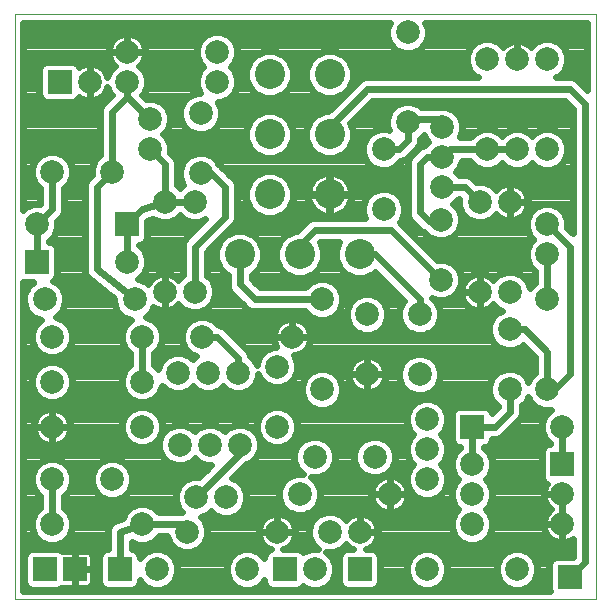
<source format=gbl>
G75*
%MOIN*%
%OFA0B0*%
%FSLAX25Y25*%
%IPPOS*%
%LPD*%
%AMOC8*
5,1,8,0,0,1.08239X$1,22.5*
%
%ADD10C,0.00000*%
%ADD11R,0.07874X0.07874*%
%ADD12C,0.07874*%
%ADD13C,0.10000*%
%ADD14C,0.02400*%
D10*
X0002200Y0002200D02*
X0002200Y0197161D01*
X0195901Y0197161D01*
X0195901Y0002200D01*
X0002200Y0002200D01*
D11*
X0012200Y0012200D03*
X0022200Y0012200D03*
X0037200Y0012200D03*
X0092200Y0012200D03*
X0117200Y0012200D03*
X0154700Y0059700D03*
X0184700Y0047200D03*
X0187200Y0009700D03*
X0039700Y0127200D03*
X0009700Y0114700D03*
X0017200Y0174700D03*
D12*
X0027200Y0174700D03*
X0039700Y0174700D03*
X0039700Y0184700D03*
X0047200Y0162200D03*
X0047200Y0152200D03*
X0034700Y0144700D03*
X0052200Y0134700D03*
X0062200Y0134700D03*
X0064200Y0144200D03*
X0064200Y0164200D03*
X0069700Y0174700D03*
X0069700Y0184700D03*
X0125200Y0152200D03*
X0133200Y0161200D03*
X0144700Y0159700D03*
X0144700Y0149700D03*
X0144700Y0139700D03*
X0144200Y0128700D03*
X0157200Y0134700D03*
X0167200Y0134700D03*
X0179700Y0127200D03*
X0179700Y0117200D03*
X0167200Y0104700D03*
X0157200Y0104700D03*
X0167200Y0092200D03*
X0179700Y0102200D03*
X0179700Y0072200D03*
X0167200Y0072200D03*
X0184700Y0059700D03*
X0184700Y0037200D03*
X0184700Y0027200D03*
X0169700Y0012200D03*
X0154700Y0027200D03*
X0154700Y0037200D03*
X0154700Y0047200D03*
X0139700Y0042200D03*
X0139700Y0052200D03*
X0139700Y0062200D03*
X0137200Y0077200D03*
X0119700Y0077200D03*
X0104700Y0072200D03*
X0089700Y0079700D03*
X0094700Y0089700D03*
X0104700Y0102200D03*
X0119700Y0097200D03*
X0137200Y0097200D03*
X0144200Y0108700D03*
X0125200Y0132200D03*
X0159700Y0152200D03*
X0169700Y0152200D03*
X0179700Y0152200D03*
X0179700Y0182200D03*
X0169700Y0182200D03*
X0159700Y0182200D03*
X0133200Y0191200D03*
X0062200Y0104700D03*
X0052200Y0104700D03*
X0042200Y0102200D03*
X0039700Y0114700D03*
X0044700Y0089700D03*
X0056700Y0077700D03*
X0066700Y0077700D03*
X0076700Y0077700D03*
X0064700Y0089700D03*
X0044700Y0074700D03*
X0044700Y0059700D03*
X0057200Y0053700D03*
X0067200Y0053700D03*
X0077200Y0053700D03*
X0089700Y0059700D03*
X0102200Y0049700D03*
X0097200Y0037200D03*
X0089700Y0024700D03*
X0079700Y0012200D03*
X0059700Y0024700D03*
X0062700Y0036200D03*
X0072700Y0036200D03*
X0049700Y0012200D03*
X0044700Y0027200D03*
X0034700Y0042200D03*
X0014700Y0042200D03*
X0014700Y0027200D03*
X0014700Y0059700D03*
X0014700Y0074700D03*
X0014700Y0089700D03*
X0012200Y0102200D03*
X0009700Y0127200D03*
X0014700Y0144700D03*
X0122200Y0049700D03*
X0127200Y0037200D03*
X0117200Y0024700D03*
X0107200Y0024700D03*
X0102200Y0012200D03*
X0139700Y0012200D03*
D13*
X0117200Y0117200D03*
X0107200Y0137200D03*
X0107200Y0157200D03*
X0107200Y0177200D03*
X0087200Y0177200D03*
X0087200Y0157200D03*
X0087200Y0137200D03*
X0077200Y0117200D03*
X0097200Y0117200D03*
D14*
X0097200Y0120200D01*
X0102200Y0125200D01*
X0127700Y0125200D01*
X0144200Y0108700D01*
X0146764Y0114930D02*
X0173348Y0114930D01*
X0172963Y0115860D02*
X0173989Y0113384D01*
X0175700Y0111672D01*
X0175700Y0107728D01*
X0173989Y0106016D01*
X0173937Y0105891D01*
X0173937Y0106040D01*
X0172911Y0108516D01*
X0171016Y0110411D01*
X0168540Y0111437D01*
X0165860Y0111437D01*
X0163384Y0110411D01*
X0161776Y0108803D01*
X0161198Y0109381D01*
X0160416Y0109949D01*
X0159556Y0110387D01*
X0158637Y0110686D01*
X0157683Y0110837D01*
X0157200Y0110837D01*
X0157200Y0104700D01*
X0157200Y0104700D01*
X0157200Y0098563D01*
X0157683Y0098563D01*
X0158637Y0098714D01*
X0159556Y0099013D01*
X0160416Y0099451D01*
X0161198Y0100019D01*
X0161776Y0100597D01*
X0163384Y0098989D01*
X0164684Y0098450D01*
X0163384Y0097911D01*
X0161489Y0096016D01*
X0160463Y0093540D01*
X0160463Y0090860D01*
X0161489Y0088384D01*
X0163384Y0086489D01*
X0165860Y0085463D01*
X0168540Y0085463D01*
X0171016Y0086489D01*
X0171635Y0087108D01*
X0175700Y0083043D01*
X0175700Y0077728D01*
X0173989Y0076016D01*
X0173450Y0074716D01*
X0172911Y0076016D01*
X0171016Y0077911D01*
X0168540Y0078937D01*
X0165860Y0078937D01*
X0163384Y0077911D01*
X0161489Y0076016D01*
X0160463Y0073540D01*
X0160463Y0070860D01*
X0161489Y0068384D01*
X0163200Y0066672D01*
X0163200Y0066357D01*
X0161320Y0064477D01*
X0161011Y0065223D01*
X0160223Y0066011D01*
X0159194Y0066437D01*
X0150206Y0066437D01*
X0149177Y0066011D01*
X0148389Y0065223D01*
X0147963Y0064194D01*
X0147963Y0055206D01*
X0148389Y0054177D01*
X0149177Y0053389D01*
X0150206Y0052963D01*
X0150700Y0052963D01*
X0150700Y0052728D01*
X0148989Y0051016D01*
X0147963Y0048540D01*
X0147963Y0045860D01*
X0148989Y0043384D01*
X0150172Y0042200D01*
X0148989Y0041016D01*
X0147963Y0038540D01*
X0147963Y0035860D01*
X0148989Y0033384D01*
X0150172Y0032200D01*
X0148989Y0031016D01*
X0147963Y0028540D01*
X0147963Y0025860D01*
X0148989Y0023384D01*
X0150884Y0021489D01*
X0153360Y0020463D01*
X0156040Y0020463D01*
X0158516Y0021489D01*
X0160411Y0023384D01*
X0161437Y0025860D01*
X0161437Y0028540D01*
X0160411Y0031016D01*
X0159228Y0032200D01*
X0160411Y0033384D01*
X0161437Y0035860D01*
X0161437Y0038540D01*
X0160411Y0041016D01*
X0159228Y0042200D01*
X0160411Y0043384D01*
X0161437Y0045860D01*
X0161437Y0048540D01*
X0160411Y0051016D01*
X0158700Y0052728D01*
X0158700Y0052963D01*
X0159194Y0052963D01*
X0160223Y0053389D01*
X0161011Y0054177D01*
X0161437Y0055206D01*
X0161437Y0055700D01*
X0162996Y0055700D01*
X0164466Y0056309D01*
X0169466Y0061309D01*
X0170591Y0062434D01*
X0171200Y0063904D01*
X0171200Y0066672D01*
X0172911Y0068384D01*
X0173450Y0069684D01*
X0173989Y0068384D01*
X0175884Y0066489D01*
X0178360Y0065463D01*
X0181009Y0065463D01*
X0180884Y0065411D01*
X0178989Y0063516D01*
X0177963Y0061040D01*
X0177963Y0058360D01*
X0178989Y0055884D01*
X0180700Y0054172D01*
X0180700Y0053937D01*
X0180206Y0053937D01*
X0179177Y0053511D01*
X0178389Y0052723D01*
X0177963Y0051694D01*
X0177963Y0042706D01*
X0178389Y0041677D01*
X0179177Y0040889D01*
X0179652Y0040693D01*
X0179451Y0040416D01*
X0179013Y0039556D01*
X0178714Y0038637D01*
X0178563Y0037683D01*
X0178563Y0037200D01*
X0184700Y0037200D01*
X0184700Y0027200D01*
X0184700Y0027200D01*
X0184700Y0033337D01*
X0184700Y0037200D01*
X0184700Y0037200D01*
X0184700Y0037200D01*
X0178563Y0037200D01*
X0178563Y0036717D01*
X0178714Y0035763D01*
X0179013Y0034844D01*
X0179451Y0033984D01*
X0180019Y0033202D01*
X0180702Y0032519D01*
X0181141Y0032200D01*
X0180702Y0031881D01*
X0180019Y0031198D01*
X0179451Y0030416D01*
X0179013Y0029556D01*
X0178714Y0028637D01*
X0178563Y0027683D01*
X0178563Y0027200D01*
X0184700Y0027200D01*
X0184700Y0021063D01*
X0185183Y0021063D01*
X0186137Y0021214D01*
X0187056Y0021513D01*
X0187916Y0021951D01*
X0188200Y0022157D01*
X0188200Y0016437D01*
X0182706Y0016437D01*
X0181677Y0016011D01*
X0180889Y0015223D01*
X0180463Y0014194D01*
X0180463Y0005206D01*
X0180548Y0005000D01*
X0005000Y0005000D01*
X0005000Y0108048D01*
X0005206Y0107963D01*
X0008509Y0107963D01*
X0008384Y0107911D01*
X0006489Y0106016D01*
X0005463Y0103540D01*
X0005463Y0100860D01*
X0006489Y0098384D01*
X0008384Y0096489D01*
X0010860Y0095463D01*
X0011009Y0095463D01*
X0010884Y0095411D01*
X0008989Y0093516D01*
X0007963Y0091040D01*
X0007963Y0088360D01*
X0008989Y0085884D01*
X0010884Y0083989D01*
X0013360Y0082963D01*
X0016040Y0082963D01*
X0018516Y0083989D01*
X0020411Y0085884D01*
X0021437Y0088360D01*
X0021437Y0091040D01*
X0020411Y0093516D01*
X0018516Y0095411D01*
X0016040Y0096437D01*
X0015891Y0096437D01*
X0016016Y0096489D01*
X0017911Y0098384D01*
X0018937Y0100860D01*
X0018937Y0103540D01*
X0017911Y0106016D01*
X0016016Y0107911D01*
X0015043Y0108315D01*
X0015223Y0108389D01*
X0016011Y0109177D01*
X0016437Y0110206D01*
X0016437Y0119194D01*
X0016011Y0120223D01*
X0015223Y0121011D01*
X0014194Y0121437D01*
X0013700Y0121437D01*
X0013700Y0121672D01*
X0015411Y0123384D01*
X0016437Y0125860D01*
X0016437Y0128280D01*
X0016966Y0128809D01*
X0018091Y0129934D01*
X0018700Y0131404D01*
X0018700Y0139172D01*
X0020411Y0140884D01*
X0021437Y0143360D01*
X0021437Y0146040D01*
X0020411Y0148516D01*
X0018516Y0150411D01*
X0016040Y0151437D01*
X0013360Y0151437D01*
X0010884Y0150411D01*
X0008989Y0148516D01*
X0007963Y0146040D01*
X0007963Y0143360D01*
X0008989Y0140884D01*
X0010700Y0139172D01*
X0010700Y0133937D01*
X0008360Y0133937D01*
X0005884Y0132911D01*
X0005000Y0132028D01*
X0005000Y0194361D01*
X0127217Y0194361D01*
X0126463Y0192540D01*
X0126463Y0189860D01*
X0127489Y0187384D01*
X0129384Y0185489D01*
X0131860Y0184463D01*
X0134540Y0184463D01*
X0137016Y0185489D01*
X0138911Y0187384D01*
X0139937Y0189860D01*
X0139937Y0192540D01*
X0139183Y0194361D01*
X0193101Y0194361D01*
X0193101Y0171956D01*
X0189466Y0175591D01*
X0187996Y0176200D01*
X0182819Y0176200D01*
X0183516Y0176489D01*
X0185411Y0178384D01*
X0186437Y0180860D01*
X0186437Y0183540D01*
X0185411Y0186016D01*
X0183516Y0187911D01*
X0181040Y0188937D01*
X0178360Y0188937D01*
X0175884Y0187911D01*
X0174276Y0186303D01*
X0173698Y0186881D01*
X0172916Y0187449D01*
X0172056Y0187887D01*
X0171137Y0188186D01*
X0170183Y0188337D01*
X0169700Y0188337D01*
X0169700Y0182200D01*
X0169700Y0182200D01*
X0169700Y0188337D01*
X0169217Y0188337D01*
X0168263Y0188186D01*
X0167344Y0187887D01*
X0166484Y0187449D01*
X0165702Y0186881D01*
X0165124Y0186303D01*
X0163516Y0187911D01*
X0161040Y0188937D01*
X0158360Y0188937D01*
X0155884Y0187911D01*
X0153989Y0186016D01*
X0152963Y0183540D01*
X0152963Y0180860D01*
X0153989Y0178384D01*
X0155884Y0176489D01*
X0156581Y0176200D01*
X0118904Y0176200D01*
X0117434Y0175591D01*
X0116309Y0174466D01*
X0106843Y0165000D01*
X0105648Y0165000D01*
X0102782Y0163813D01*
X0100587Y0161618D01*
X0099400Y0158752D01*
X0099400Y0155648D01*
X0100587Y0152782D01*
X0102782Y0150587D01*
X0105648Y0149400D01*
X0108752Y0149400D01*
X0111618Y0150587D01*
X0113813Y0152782D01*
X0115000Y0155648D01*
X0115000Y0158752D01*
X0114094Y0160938D01*
X0121357Y0168200D01*
X0185543Y0168200D01*
X0188200Y0165543D01*
X0188200Y0124357D01*
X0186437Y0126120D01*
X0186437Y0128540D01*
X0185411Y0131016D01*
X0183516Y0132911D01*
X0181040Y0133937D01*
X0178360Y0133937D01*
X0175884Y0132911D01*
X0173989Y0131016D01*
X0172963Y0128540D01*
X0172963Y0125860D01*
X0173989Y0123384D01*
X0175172Y0122200D01*
X0173989Y0121016D01*
X0172963Y0118540D01*
X0172963Y0115860D01*
X0172963Y0117329D02*
X0141228Y0117329D01*
X0143120Y0115437D02*
X0131091Y0127466D01*
X0130542Y0128015D01*
X0130911Y0128384D01*
X0131937Y0130860D01*
X0131937Y0133540D01*
X0130911Y0136016D01*
X0129016Y0137911D01*
X0126540Y0138937D01*
X0123860Y0138937D01*
X0121384Y0137911D01*
X0119489Y0136016D01*
X0118463Y0133540D01*
X0118463Y0130860D01*
X0119151Y0129200D01*
X0101404Y0129200D01*
X0099934Y0128591D01*
X0096343Y0125000D01*
X0095648Y0125000D01*
X0092782Y0123813D01*
X0090587Y0121618D01*
X0089400Y0118752D01*
X0089400Y0115648D01*
X0090587Y0112782D01*
X0092782Y0110587D01*
X0095648Y0109400D01*
X0098752Y0109400D01*
X0101618Y0110587D01*
X0103813Y0112782D01*
X0105000Y0115648D01*
X0105000Y0118752D01*
X0103986Y0121200D01*
X0110414Y0121200D01*
X0109400Y0118752D01*
X0109400Y0115648D01*
X0110587Y0112782D01*
X0112782Y0110587D01*
X0115648Y0109400D01*
X0118752Y0109400D01*
X0121618Y0110587D01*
X0122387Y0111356D01*
X0132108Y0101635D01*
X0131489Y0101016D01*
X0130463Y0098540D01*
X0130463Y0095860D01*
X0131489Y0093384D01*
X0133384Y0091489D01*
X0135860Y0090463D01*
X0138540Y0090463D01*
X0141016Y0091489D01*
X0142911Y0093384D01*
X0143937Y0095860D01*
X0143937Y0098540D01*
X0142911Y0101016D01*
X0141331Y0102596D01*
X0142860Y0101963D01*
X0145540Y0101963D01*
X0148016Y0102989D01*
X0149911Y0104884D01*
X0150937Y0107360D01*
X0150937Y0110040D01*
X0149911Y0112516D01*
X0148016Y0114411D01*
X0145540Y0115437D01*
X0143120Y0115437D01*
X0138830Y0119727D02*
X0173455Y0119727D01*
X0175098Y0122126D02*
X0145933Y0122126D01*
X0145540Y0121963D02*
X0148016Y0122989D01*
X0149911Y0124884D01*
X0150937Y0127360D01*
X0150937Y0130040D01*
X0149911Y0132516D01*
X0148462Y0133966D01*
X0148516Y0133989D01*
X0150228Y0135700D01*
X0150463Y0135700D01*
X0150463Y0133360D01*
X0151489Y0130884D01*
X0153384Y0128989D01*
X0155860Y0127963D01*
X0158540Y0127963D01*
X0161016Y0128989D01*
X0162624Y0130597D01*
X0163202Y0130019D01*
X0163984Y0129451D01*
X0164844Y0129013D01*
X0165763Y0128714D01*
X0166717Y0128563D01*
X0167200Y0128563D01*
X0167683Y0128563D01*
X0168637Y0128714D01*
X0169556Y0129013D01*
X0170416Y0129451D01*
X0171198Y0130019D01*
X0171881Y0130702D01*
X0172449Y0131484D01*
X0172887Y0132344D01*
X0173186Y0133263D01*
X0173337Y0134217D01*
X0173337Y0134700D01*
X0173337Y0135183D01*
X0173186Y0136137D01*
X0172887Y0137056D01*
X0172449Y0137916D01*
X0171881Y0138698D01*
X0171198Y0139381D01*
X0170416Y0139949D01*
X0169556Y0140387D01*
X0168637Y0140686D01*
X0167683Y0140837D01*
X0167200Y0140837D01*
X0167200Y0134700D01*
X0167200Y0134700D01*
X0173337Y0134700D01*
X0167200Y0134700D01*
X0167200Y0134700D01*
X0167200Y0140837D01*
X0166717Y0140837D01*
X0165763Y0140686D01*
X0164844Y0140387D01*
X0163984Y0139949D01*
X0163202Y0139381D01*
X0162624Y0138803D01*
X0161016Y0140411D01*
X0158540Y0141437D01*
X0156120Y0141437D01*
X0155591Y0141966D01*
X0154466Y0143091D01*
X0152996Y0143700D01*
X0150228Y0143700D01*
X0149228Y0144700D01*
X0150411Y0145884D01*
X0151371Y0148200D01*
X0154172Y0148200D01*
X0155884Y0146489D01*
X0158360Y0145463D01*
X0161040Y0145463D01*
X0163516Y0146489D01*
X0164700Y0147672D01*
X0165884Y0146489D01*
X0168360Y0145463D01*
X0171040Y0145463D01*
X0173516Y0146489D01*
X0174700Y0147672D01*
X0175884Y0146489D01*
X0178360Y0145463D01*
X0181040Y0145463D01*
X0183516Y0146489D01*
X0185411Y0148384D01*
X0186437Y0150860D01*
X0186437Y0153540D01*
X0185411Y0156016D01*
X0183516Y0157911D01*
X0181040Y0158937D01*
X0178360Y0158937D01*
X0175884Y0157911D01*
X0174700Y0156728D01*
X0173516Y0157911D01*
X0171040Y0158937D01*
X0168360Y0158937D01*
X0165884Y0157911D01*
X0164700Y0156728D01*
X0163516Y0157911D01*
X0161040Y0158937D01*
X0158360Y0158937D01*
X0155884Y0157911D01*
X0154172Y0156200D01*
X0150542Y0156200D01*
X0151437Y0158360D01*
X0151437Y0161040D01*
X0150411Y0163516D01*
X0148516Y0165411D01*
X0146040Y0166437D01*
X0143360Y0166437D01*
X0142788Y0166200D01*
X0137728Y0166200D01*
X0137016Y0166911D01*
X0134540Y0167937D01*
X0131860Y0167937D01*
X0129384Y0166911D01*
X0127489Y0165016D01*
X0126463Y0162540D01*
X0126463Y0159860D01*
X0126909Y0158784D01*
X0126540Y0158937D01*
X0123860Y0158937D01*
X0121384Y0157911D01*
X0119489Y0156016D01*
X0118463Y0153540D01*
X0118463Y0150860D01*
X0119489Y0148384D01*
X0121384Y0146489D01*
X0123860Y0145463D01*
X0126540Y0145463D01*
X0129016Y0146489D01*
X0130728Y0148200D01*
X0130996Y0148200D01*
X0132466Y0148809D01*
X0135466Y0151809D01*
X0136591Y0152934D01*
X0137200Y0154404D01*
X0137200Y0155672D01*
X0138527Y0156999D01*
X0138989Y0155884D01*
X0140172Y0154700D01*
X0139172Y0153700D01*
X0138904Y0153700D01*
X0137434Y0153091D01*
X0134934Y0150591D01*
X0133809Y0149466D01*
X0133200Y0147996D01*
X0133200Y0130404D01*
X0133809Y0128934D01*
X0136809Y0125934D01*
X0137934Y0124809D01*
X0139008Y0124364D01*
X0140384Y0122989D01*
X0142860Y0121963D01*
X0145540Y0121963D01*
X0142467Y0122126D02*
X0136431Y0122126D01*
X0138622Y0124524D02*
X0134033Y0124524D01*
X0135821Y0126923D02*
X0131634Y0126923D01*
X0131300Y0129321D02*
X0133649Y0129321D01*
X0133200Y0131720D02*
X0131937Y0131720D01*
X0131698Y0134118D02*
X0133200Y0134118D01*
X0133200Y0136517D02*
X0130411Y0136517D01*
X0133200Y0138915D02*
X0126593Y0138915D01*
X0123807Y0138915D02*
X0114194Y0138915D01*
X0114277Y0138608D02*
X0114033Y0139519D01*
X0113671Y0140391D01*
X0113199Y0141209D01*
X0112625Y0141957D01*
X0111957Y0142625D01*
X0111209Y0143199D01*
X0110391Y0143671D01*
X0109519Y0144033D01*
X0108608Y0144277D01*
X0107672Y0144400D01*
X0107378Y0144400D01*
X0107378Y0137378D01*
X0107022Y0137378D01*
X0107022Y0144400D01*
X0106728Y0144400D01*
X0105792Y0144277D01*
X0104881Y0144033D01*
X0104009Y0143671D01*
X0103191Y0143199D01*
X0102443Y0142625D01*
X0101775Y0141957D01*
X0101201Y0141209D01*
X0100729Y0140391D01*
X0100367Y0139519D01*
X0100123Y0138608D01*
X0100000Y0137672D01*
X0100000Y0137378D01*
X0107022Y0137378D01*
X0107022Y0137022D01*
X0100000Y0137022D01*
X0100000Y0136728D01*
X0100123Y0135792D01*
X0100367Y0134881D01*
X0100729Y0134009D01*
X0101201Y0133191D01*
X0101775Y0132443D01*
X0102443Y0131775D01*
X0103191Y0131201D01*
X0104009Y0130729D01*
X0104881Y0130367D01*
X0105792Y0130123D01*
X0106728Y0130000D01*
X0107022Y0130000D01*
X0107022Y0137022D01*
X0107378Y0137022D01*
X0107378Y0137378D01*
X0114400Y0137378D01*
X0114400Y0137672D01*
X0114277Y0138608D01*
X0114400Y0137022D02*
X0107378Y0137022D01*
X0107378Y0130000D01*
X0107672Y0130000D01*
X0108608Y0130123D01*
X0109519Y0130367D01*
X0110391Y0130729D01*
X0111209Y0131201D01*
X0111957Y0131775D01*
X0112625Y0132443D01*
X0113199Y0133191D01*
X0113671Y0134009D01*
X0114033Y0134881D01*
X0114277Y0135792D01*
X0114400Y0136728D01*
X0114400Y0137022D01*
X0114372Y0136517D02*
X0119989Y0136517D01*
X0118702Y0134118D02*
X0113717Y0134118D01*
X0111885Y0131720D02*
X0118463Y0131720D01*
X0119100Y0129321D02*
X0076200Y0129321D01*
X0076200Y0128904D02*
X0076200Y0140496D01*
X0075591Y0141966D01*
X0070591Y0146966D01*
X0070173Y0147383D01*
X0069911Y0148016D01*
X0068016Y0149911D01*
X0065540Y0150937D01*
X0062860Y0150937D01*
X0060384Y0149911D01*
X0058489Y0148016D01*
X0057463Y0145540D01*
X0057463Y0142860D01*
X0058464Y0140444D01*
X0058384Y0140411D01*
X0057200Y0139228D01*
X0056200Y0140228D01*
X0056200Y0147996D01*
X0055591Y0149466D01*
X0054466Y0150591D01*
X0053937Y0151120D01*
X0053937Y0153540D01*
X0052911Y0156016D01*
X0051728Y0157200D01*
X0052911Y0158384D01*
X0053937Y0160860D01*
X0053937Y0163540D01*
X0052911Y0166016D01*
X0051016Y0167911D01*
X0048540Y0168937D01*
X0046120Y0168937D01*
X0044792Y0170265D01*
X0045411Y0170884D01*
X0046437Y0173360D01*
X0046437Y0176040D01*
X0045411Y0178516D01*
X0043803Y0180124D01*
X0044381Y0180702D01*
X0044949Y0181484D01*
X0045387Y0182344D01*
X0045686Y0183263D01*
X0045837Y0184217D01*
X0045837Y0184700D01*
X0045837Y0185183D01*
X0045686Y0186137D01*
X0045387Y0187056D01*
X0044949Y0187916D01*
X0044381Y0188698D01*
X0043698Y0189381D01*
X0042916Y0189949D01*
X0042056Y0190387D01*
X0041137Y0190686D01*
X0040183Y0190837D01*
X0039700Y0190837D01*
X0039700Y0184700D01*
X0039700Y0184700D01*
X0045837Y0184700D01*
X0039700Y0184700D01*
X0039700Y0184700D01*
X0039700Y0184700D01*
X0033563Y0184700D01*
X0033563Y0185183D01*
X0033714Y0186137D01*
X0034013Y0187056D01*
X0034451Y0187916D01*
X0035019Y0188698D01*
X0035702Y0189381D01*
X0036484Y0189949D01*
X0037344Y0190387D01*
X0038263Y0190686D01*
X0039217Y0190837D01*
X0039700Y0190837D01*
X0039700Y0184700D01*
X0033563Y0184700D01*
X0033563Y0184217D01*
X0033714Y0183263D01*
X0034013Y0182344D01*
X0034451Y0181484D01*
X0035019Y0180702D01*
X0035597Y0180124D01*
X0033989Y0178516D01*
X0033106Y0176384D01*
X0032887Y0177056D01*
X0032449Y0177916D01*
X0031881Y0178698D01*
X0031198Y0179381D01*
X0030416Y0179949D01*
X0029556Y0180387D01*
X0028637Y0180686D01*
X0027683Y0180837D01*
X0027200Y0180837D01*
X0027200Y0174700D01*
X0027200Y0174700D01*
X0027200Y0168563D01*
X0027683Y0168563D01*
X0028637Y0168714D01*
X0029556Y0169013D01*
X0030416Y0169451D01*
X0031198Y0170019D01*
X0031881Y0170702D01*
X0032449Y0171484D01*
X0032887Y0172344D01*
X0033106Y0173016D01*
X0033989Y0170884D01*
X0034608Y0170265D01*
X0031309Y0166966D01*
X0030700Y0165496D01*
X0030700Y0150228D01*
X0028989Y0148516D01*
X0027963Y0146040D01*
X0027963Y0143620D01*
X0026309Y0141966D01*
X0025700Y0140496D01*
X0025700Y0112768D01*
X0025637Y0112549D01*
X0025700Y0111978D01*
X0025700Y0111404D01*
X0025787Y0111194D01*
X0025812Y0110967D01*
X0026089Y0110465D01*
X0026309Y0109934D01*
X0026470Y0109773D01*
X0026580Y0109574D01*
X0027028Y0109215D01*
X0027434Y0108809D01*
X0027645Y0108722D01*
X0035463Y0102467D01*
X0035463Y0100860D01*
X0036489Y0098384D01*
X0038384Y0096489D01*
X0040860Y0095463D01*
X0041009Y0095463D01*
X0040884Y0095411D01*
X0038989Y0093516D01*
X0037963Y0091040D01*
X0037963Y0088360D01*
X0038989Y0085884D01*
X0040700Y0084172D01*
X0040700Y0080228D01*
X0038989Y0078516D01*
X0037963Y0076040D01*
X0037963Y0073360D01*
X0038989Y0070884D01*
X0040884Y0068989D01*
X0043360Y0067963D01*
X0046040Y0067963D01*
X0048516Y0068989D01*
X0050411Y0070884D01*
X0051437Y0073360D01*
X0051437Y0073435D01*
X0052884Y0071989D01*
X0055360Y0070963D01*
X0058040Y0070963D01*
X0060516Y0071989D01*
X0061700Y0073172D01*
X0062884Y0071989D01*
X0065360Y0070963D01*
X0068040Y0070963D01*
X0070516Y0071989D01*
X0071700Y0073172D01*
X0072884Y0071989D01*
X0075360Y0070963D01*
X0078040Y0070963D01*
X0080516Y0071989D01*
X0082411Y0073884D01*
X0083437Y0076360D01*
X0083437Y0077216D01*
X0083989Y0075884D01*
X0085884Y0073989D01*
X0088360Y0072963D01*
X0091040Y0072963D01*
X0093516Y0073989D01*
X0095411Y0075884D01*
X0096437Y0078360D01*
X0096437Y0081040D01*
X0095411Y0083516D01*
X0095340Y0083588D01*
X0096137Y0083714D01*
X0097056Y0084013D01*
X0097916Y0084451D01*
X0098698Y0085019D01*
X0099381Y0085702D01*
X0099949Y0086484D01*
X0100387Y0087344D01*
X0100686Y0088263D01*
X0100837Y0089217D01*
X0100837Y0089700D01*
X0100837Y0090183D01*
X0100686Y0091137D01*
X0100387Y0092056D01*
X0099949Y0092916D01*
X0099381Y0093698D01*
X0098698Y0094381D01*
X0097916Y0094949D01*
X0097056Y0095387D01*
X0096137Y0095686D01*
X0095183Y0095837D01*
X0094700Y0095837D01*
X0094700Y0089700D01*
X0094700Y0089700D01*
X0100837Y0089700D01*
X0094700Y0089700D01*
X0094700Y0089700D01*
X0094700Y0089700D01*
X0088563Y0089700D01*
X0088563Y0090183D01*
X0088714Y0091137D01*
X0089013Y0092056D01*
X0089451Y0092916D01*
X0090019Y0093698D01*
X0090702Y0094381D01*
X0091484Y0094949D01*
X0092344Y0095387D01*
X0093263Y0095686D01*
X0094217Y0095837D01*
X0094700Y0095837D01*
X0094700Y0089700D01*
X0088563Y0089700D01*
X0088563Y0089217D01*
X0088714Y0088263D01*
X0089013Y0087344D01*
X0089451Y0086484D01*
X0089485Y0086437D01*
X0088360Y0086437D01*
X0085884Y0085411D01*
X0083989Y0083516D01*
X0082963Y0081040D01*
X0082963Y0080184D01*
X0082411Y0081516D01*
X0080700Y0083228D01*
X0080700Y0083496D01*
X0080091Y0084966D01*
X0073091Y0091966D01*
X0071966Y0093091D01*
X0070496Y0093700D01*
X0070228Y0093700D01*
X0068516Y0095411D01*
X0066040Y0096437D01*
X0063360Y0096437D01*
X0060884Y0095411D01*
X0058989Y0093516D01*
X0057963Y0091040D01*
X0057963Y0088360D01*
X0058989Y0085884D01*
X0060884Y0083989D01*
X0062706Y0083234D01*
X0061700Y0082228D01*
X0060516Y0083411D01*
X0058040Y0084437D01*
X0055360Y0084437D01*
X0052884Y0083411D01*
X0050989Y0081516D01*
X0049963Y0079040D01*
X0049963Y0078965D01*
X0048700Y0080228D01*
X0048700Y0084172D01*
X0050411Y0085884D01*
X0051437Y0088360D01*
X0051437Y0091040D01*
X0050411Y0093516D01*
X0048516Y0095411D01*
X0046040Y0096437D01*
X0045891Y0096437D01*
X0046016Y0096489D01*
X0047911Y0098384D01*
X0048499Y0099803D01*
X0048984Y0099451D01*
X0049844Y0099013D01*
X0050763Y0098714D01*
X0051717Y0098563D01*
X0052200Y0098563D01*
X0052683Y0098563D01*
X0053637Y0098714D01*
X0054556Y0099013D01*
X0055416Y0099451D01*
X0056198Y0100019D01*
X0056776Y0100597D01*
X0058384Y0098989D01*
X0060860Y0097963D01*
X0063540Y0097963D01*
X0066016Y0098989D01*
X0067911Y0100884D01*
X0068937Y0103360D01*
X0068937Y0106040D01*
X0067911Y0108516D01*
X0066200Y0110228D01*
X0066200Y0118043D01*
X0074466Y0126309D01*
X0075591Y0127434D01*
X0076200Y0128904D01*
X0075079Y0126923D02*
X0098266Y0126923D01*
X0094500Y0124524D02*
X0079900Y0124524D01*
X0078752Y0125000D02*
X0075648Y0125000D01*
X0072782Y0123813D01*
X0070587Y0121618D01*
X0069400Y0118752D01*
X0069400Y0115648D01*
X0070587Y0112782D01*
X0072782Y0110587D01*
X0073200Y0110414D01*
X0073200Y0106404D01*
X0073809Y0104934D01*
X0074934Y0103809D01*
X0079934Y0098809D01*
X0081404Y0098200D01*
X0099172Y0098200D01*
X0100884Y0096489D01*
X0103360Y0095463D01*
X0106040Y0095463D01*
X0108516Y0096489D01*
X0110411Y0098384D01*
X0111437Y0100860D01*
X0111437Y0103540D01*
X0110411Y0106016D01*
X0108516Y0107911D01*
X0106040Y0108937D01*
X0103360Y0108937D01*
X0100884Y0107911D01*
X0099172Y0106200D01*
X0083857Y0106200D01*
X0081200Y0108857D01*
X0081200Y0110414D01*
X0081618Y0110587D01*
X0083813Y0112782D01*
X0085000Y0115648D01*
X0085000Y0118752D01*
X0083813Y0121618D01*
X0081618Y0123813D01*
X0078752Y0125000D01*
X0074500Y0124524D02*
X0072681Y0124524D01*
X0071095Y0122126D02*
X0070282Y0122126D01*
X0069804Y0119727D02*
X0067884Y0119727D01*
X0069400Y0117329D02*
X0066200Y0117329D01*
X0066200Y0114930D02*
X0069698Y0114930D01*
X0070838Y0112532D02*
X0066200Y0112532D01*
X0066295Y0110133D02*
X0073200Y0110133D01*
X0073200Y0107734D02*
X0068235Y0107734D01*
X0068937Y0105336D02*
X0073643Y0105336D01*
X0075806Y0102937D02*
X0068762Y0102937D01*
X0067567Y0100539D02*
X0078204Y0100539D01*
X0082200Y0102200D02*
X0077200Y0107200D01*
X0077200Y0117200D01*
X0083305Y0122126D02*
X0091095Y0122126D01*
X0089804Y0119727D02*
X0084596Y0119727D01*
X0085000Y0117329D02*
X0089400Y0117329D01*
X0089698Y0114930D02*
X0084702Y0114930D01*
X0083562Y0112532D02*
X0090838Y0112532D01*
X0093879Y0110133D02*
X0081200Y0110133D01*
X0082322Y0107734D02*
X0100707Y0107734D01*
X0100521Y0110133D02*
X0113879Y0110133D01*
X0110838Y0112532D02*
X0103562Y0112532D01*
X0104702Y0114930D02*
X0109698Y0114930D01*
X0109400Y0117329D02*
X0105000Y0117329D01*
X0104596Y0119727D02*
X0109804Y0119727D01*
X0117200Y0117200D02*
X0122200Y0117200D01*
X0137200Y0102200D01*
X0137200Y0097200D01*
X0139704Y0090945D02*
X0160463Y0090945D01*
X0160463Y0093343D02*
X0142871Y0093343D01*
X0143888Y0095742D02*
X0161375Y0095742D01*
X0163937Y0098140D02*
X0143937Y0098140D01*
X0143109Y0100539D02*
X0152682Y0100539D01*
X0152519Y0100702D02*
X0153202Y0100019D01*
X0153984Y0099451D01*
X0154844Y0099013D01*
X0155763Y0098714D01*
X0156717Y0098563D01*
X0157200Y0098563D01*
X0157200Y0104700D01*
X0157200Y0104700D01*
X0157200Y0104700D01*
X0151063Y0104700D01*
X0151063Y0105183D01*
X0151214Y0106137D01*
X0151513Y0107056D01*
X0151951Y0107916D01*
X0152519Y0108698D01*
X0153202Y0109381D01*
X0153984Y0109949D01*
X0154844Y0110387D01*
X0155763Y0110686D01*
X0156717Y0110837D01*
X0157200Y0110837D01*
X0157200Y0104700D01*
X0151063Y0104700D01*
X0151063Y0104217D01*
X0151214Y0103263D01*
X0151513Y0102344D01*
X0151951Y0101484D01*
X0152519Y0100702D01*
X0151320Y0102937D02*
X0147893Y0102937D01*
X0150099Y0105336D02*
X0151087Y0105336D01*
X0150937Y0107734D02*
X0151858Y0107734D01*
X0150899Y0110133D02*
X0154345Y0110133D01*
X0157200Y0110133D02*
X0157200Y0110133D01*
X0157200Y0107734D02*
X0157200Y0107734D01*
X0160055Y0110133D02*
X0163105Y0110133D01*
X0157200Y0105336D02*
X0157200Y0105336D01*
X0157200Y0102937D02*
X0157200Y0102937D01*
X0157200Y0100539D02*
X0157200Y0100539D01*
X0161718Y0100539D02*
X0161833Y0100539D01*
X0167200Y0092200D02*
X0172200Y0092200D01*
X0179700Y0084700D01*
X0179700Y0072200D01*
X0182200Y0072200D01*
X0187200Y0077200D01*
X0187200Y0119700D01*
X0179700Y0127200D01*
X0173516Y0124524D02*
X0149552Y0124524D01*
X0150756Y0126923D02*
X0172963Y0126923D01*
X0173287Y0129321D02*
X0170161Y0129321D01*
X0167200Y0129321D02*
X0167200Y0129321D01*
X0167200Y0128563D02*
X0167200Y0134700D01*
X0167200Y0134700D01*
X0167200Y0128563D01*
X0164239Y0129321D02*
X0161349Y0129321D01*
X0167200Y0131720D02*
X0167200Y0131720D01*
X0167200Y0134118D02*
X0167200Y0134118D01*
X0167200Y0136517D02*
X0167200Y0136517D01*
X0167200Y0138915D02*
X0167200Y0138915D01*
X0171664Y0138915D02*
X0188200Y0138915D01*
X0188200Y0136517D02*
X0173063Y0136517D01*
X0173321Y0134118D02*
X0188200Y0134118D01*
X0188200Y0131720D02*
X0184708Y0131720D01*
X0186113Y0129321D02*
X0188200Y0129321D01*
X0188200Y0126923D02*
X0186437Y0126923D01*
X0188033Y0124524D02*
X0188200Y0124524D01*
X0179700Y0117200D02*
X0179700Y0102200D01*
X0175700Y0107734D02*
X0173235Y0107734D01*
X0171295Y0110133D02*
X0175700Y0110133D01*
X0174841Y0112532D02*
X0149896Y0112532D01*
X0150937Y0129321D02*
X0153051Y0129321D01*
X0151142Y0131720D02*
X0150241Y0131720D01*
X0150463Y0134118D02*
X0148646Y0134118D01*
X0152200Y0139700D02*
X0144700Y0139700D01*
X0150215Y0143712D02*
X0188200Y0143712D01*
X0188200Y0146111D02*
X0182604Y0146111D01*
X0185463Y0148509D02*
X0188200Y0148509D01*
X0188200Y0150908D02*
X0186437Y0150908D01*
X0186437Y0153306D02*
X0188200Y0153306D01*
X0188200Y0155705D02*
X0185540Y0155705D01*
X0183053Y0158103D02*
X0188200Y0158103D01*
X0188200Y0160502D02*
X0151437Y0160502D01*
X0151331Y0158103D02*
X0156347Y0158103D01*
X0159700Y0152200D02*
X0147200Y0152200D01*
X0144700Y0149700D01*
X0139700Y0149700D01*
X0137200Y0147200D01*
X0137200Y0131200D01*
X0140200Y0128200D01*
X0143700Y0128200D01*
X0144200Y0128700D01*
X0152200Y0139700D02*
X0157200Y0134700D01*
X0162512Y0138915D02*
X0162736Y0138915D01*
X0158838Y0141314D02*
X0188200Y0141314D01*
X0176796Y0146111D02*
X0172604Y0146111D01*
X0166796Y0146111D02*
X0162604Y0146111D01*
X0156796Y0146111D02*
X0150505Y0146111D01*
X0155591Y0141966D02*
X0155591Y0141966D01*
X0159700Y0152200D02*
X0169700Y0152200D01*
X0166347Y0158103D02*
X0163053Y0158103D01*
X0173053Y0158103D02*
X0176347Y0158103D01*
X0186046Y0167697D02*
X0135119Y0167697D01*
X0131281Y0167697D02*
X0120854Y0167697D01*
X0118456Y0165299D02*
X0127771Y0165299D01*
X0126612Y0162900D02*
X0116057Y0162900D01*
X0114275Y0160502D02*
X0126463Y0160502D01*
X0121847Y0158103D02*
X0115000Y0158103D01*
X0115000Y0155705D02*
X0119360Y0155705D01*
X0118463Y0153306D02*
X0114030Y0153306D01*
X0111939Y0150908D02*
X0118463Y0150908D01*
X0119437Y0148509D02*
X0069418Y0148509D01*
X0065611Y0150908D02*
X0082461Y0150908D01*
X0082782Y0150587D02*
X0085648Y0149400D01*
X0088752Y0149400D01*
X0091618Y0150587D01*
X0093813Y0152782D01*
X0095000Y0155648D01*
X0095000Y0158752D01*
X0093813Y0161618D01*
X0091618Y0163813D01*
X0088752Y0165000D01*
X0085648Y0165000D01*
X0082782Y0163813D01*
X0080587Y0161618D01*
X0079400Y0158752D01*
X0079400Y0155648D01*
X0080587Y0152782D01*
X0082782Y0150587D01*
X0080370Y0153306D02*
X0053937Y0153306D01*
X0054149Y0150908D02*
X0062789Y0150908D01*
X0058982Y0148509D02*
X0055987Y0148509D01*
X0056200Y0146111D02*
X0057699Y0146111D01*
X0057463Y0143712D02*
X0056200Y0143712D01*
X0056200Y0141314D02*
X0058103Y0141314D01*
X0064200Y0144200D02*
X0064700Y0144700D01*
X0067200Y0144700D01*
X0072200Y0139700D01*
X0072200Y0129700D01*
X0062200Y0119700D01*
X0062200Y0104700D01*
X0056833Y0100539D02*
X0056718Y0100539D01*
X0060431Y0098140D02*
X0047668Y0098140D01*
X0047718Y0095742D02*
X0061682Y0095742D01*
X0063968Y0098140D02*
X0099232Y0098140D01*
X0095783Y0095742D02*
X0102686Y0095742D01*
X0099639Y0093343D02*
X0114029Y0093343D01*
X0113989Y0093384D02*
X0115884Y0091489D01*
X0118360Y0090463D01*
X0121040Y0090463D01*
X0123516Y0091489D01*
X0125411Y0093384D01*
X0126437Y0095860D01*
X0126437Y0098540D01*
X0125411Y0101016D01*
X0123516Y0102911D01*
X0121040Y0103937D01*
X0118360Y0103937D01*
X0115884Y0102911D01*
X0113989Y0101016D01*
X0112963Y0098540D01*
X0112963Y0095860D01*
X0113989Y0093384D01*
X0113012Y0095742D02*
X0106714Y0095742D01*
X0110168Y0098140D02*
X0112963Y0098140D01*
X0113791Y0100539D02*
X0111304Y0100539D01*
X0111437Y0102937D02*
X0115947Y0102937D01*
X0110693Y0105336D02*
X0128407Y0105336D01*
X0130806Y0102937D02*
X0123453Y0102937D01*
X0125609Y0100539D02*
X0131291Y0100539D01*
X0130463Y0098140D02*
X0126437Y0098140D01*
X0126388Y0095742D02*
X0130512Y0095742D01*
X0131529Y0093343D02*
X0125371Y0093343D01*
X0122204Y0090945D02*
X0134696Y0090945D01*
X0135860Y0083937D02*
X0133384Y0082911D01*
X0131489Y0081016D01*
X0130463Y0078540D01*
X0130463Y0075860D01*
X0131489Y0073384D01*
X0133384Y0071489D01*
X0135860Y0070463D01*
X0138540Y0070463D01*
X0141016Y0071489D01*
X0142911Y0073384D01*
X0143937Y0075860D01*
X0143937Y0078540D01*
X0142911Y0081016D01*
X0141016Y0082911D01*
X0138540Y0083937D01*
X0135860Y0083937D01*
X0135407Y0083749D02*
X0096246Y0083749D01*
X0096308Y0081351D02*
X0115172Y0081351D01*
X0115019Y0081198D02*
X0115702Y0081881D01*
X0116484Y0082449D01*
X0117344Y0082887D01*
X0118263Y0083186D01*
X0119217Y0083337D01*
X0119700Y0083337D01*
X0119700Y0077200D01*
X0119700Y0077200D01*
X0125837Y0077200D01*
X0125837Y0077683D01*
X0125686Y0078637D01*
X0125387Y0079556D01*
X0124949Y0080416D01*
X0124381Y0081198D01*
X0123698Y0081881D01*
X0122916Y0082449D01*
X0122056Y0082887D01*
X0121137Y0083186D01*
X0120183Y0083337D01*
X0119700Y0083337D01*
X0119700Y0077200D01*
X0119700Y0077200D01*
X0119700Y0077200D01*
X0113563Y0077200D01*
X0113563Y0077683D01*
X0113714Y0078637D01*
X0114013Y0079556D01*
X0114451Y0080416D01*
X0115019Y0081198D01*
X0113817Y0078952D02*
X0096437Y0078952D01*
X0095689Y0076554D02*
X0099526Y0076554D01*
X0098989Y0076016D02*
X0100884Y0077911D01*
X0103360Y0078937D01*
X0106040Y0078937D01*
X0108516Y0077911D01*
X0110411Y0076016D01*
X0111437Y0073540D01*
X0111437Y0070860D01*
X0110411Y0068384D01*
X0108516Y0066489D01*
X0106040Y0065463D01*
X0103360Y0065463D01*
X0100884Y0066489D01*
X0098989Y0068384D01*
X0097963Y0070860D01*
X0097963Y0073540D01*
X0098989Y0076016D01*
X0098218Y0074155D02*
X0093683Y0074155D01*
X0097963Y0071757D02*
X0079957Y0071757D01*
X0082524Y0074155D02*
X0085717Y0074155D01*
X0083711Y0076554D02*
X0083437Y0076554D01*
X0083092Y0081351D02*
X0082480Y0081351D01*
X0084222Y0083749D02*
X0080595Y0083749D01*
X0078909Y0086148D02*
X0087662Y0086148D01*
X0088669Y0088546D02*
X0076510Y0088546D01*
X0074112Y0090945D02*
X0088684Y0090945D01*
X0089761Y0093343D02*
X0071356Y0093343D01*
X0069700Y0089700D02*
X0064700Y0089700D01*
X0061461Y0083749D02*
X0059700Y0083749D01*
X0058879Y0086148D02*
X0050521Y0086148D01*
X0051437Y0088546D02*
X0057963Y0088546D01*
X0057963Y0090945D02*
X0051437Y0090945D01*
X0050483Y0093343D02*
X0058917Y0093343D01*
X0052200Y0098563D02*
X0052200Y0104700D01*
X0052200Y0104700D01*
X0052200Y0110837D01*
X0052683Y0110837D01*
X0053637Y0110686D01*
X0054556Y0110387D01*
X0055416Y0109949D01*
X0056198Y0109381D01*
X0056776Y0108803D01*
X0058200Y0110228D01*
X0058200Y0118904D01*
X0058200Y0120496D01*
X0058809Y0121966D01*
X0065701Y0128858D01*
X0063540Y0127963D01*
X0060860Y0127963D01*
X0058384Y0128989D01*
X0057200Y0130172D01*
X0056016Y0128989D01*
X0053540Y0127963D01*
X0050860Y0127963D01*
X0048384Y0128989D01*
X0048217Y0129156D01*
X0046861Y0128704D01*
X0046437Y0128280D01*
X0046437Y0122706D01*
X0046011Y0121677D01*
X0045223Y0120889D01*
X0044194Y0120463D01*
X0043700Y0120463D01*
X0043700Y0120228D01*
X0045411Y0118516D01*
X0046437Y0116040D01*
X0046437Y0113360D01*
X0045411Y0110884D01*
X0043516Y0108989D01*
X0043391Y0108937D01*
X0043540Y0108937D01*
X0046016Y0107911D01*
X0046634Y0107294D01*
X0046951Y0107916D01*
X0047519Y0108698D01*
X0048202Y0109381D01*
X0048984Y0109949D01*
X0049844Y0110387D01*
X0050763Y0110686D01*
X0051717Y0110837D01*
X0052200Y0110837D01*
X0052200Y0104700D01*
X0052200Y0104700D01*
X0052200Y0098563D01*
X0052200Y0100539D02*
X0052200Y0100539D01*
X0052200Y0102937D02*
X0052200Y0102937D01*
X0052200Y0105336D02*
X0052200Y0105336D01*
X0052200Y0107734D02*
X0052200Y0107734D01*
X0052200Y0110133D02*
X0052200Y0110133D01*
X0055055Y0110133D02*
X0058105Y0110133D01*
X0058200Y0112532D02*
X0046094Y0112532D01*
X0046437Y0114930D02*
X0058200Y0114930D01*
X0058200Y0117329D02*
X0045903Y0117329D01*
X0044200Y0119727D02*
X0058200Y0119727D01*
X0058969Y0122126D02*
X0046197Y0122126D01*
X0046437Y0124524D02*
X0061367Y0124524D01*
X0063766Y0126923D02*
X0046437Y0126923D01*
X0044700Y0132200D02*
X0052200Y0134700D01*
X0052200Y0147200D01*
X0047200Y0152200D01*
X0053040Y0155705D02*
X0079400Y0155705D01*
X0079400Y0158103D02*
X0067086Y0158103D01*
X0068016Y0158489D02*
X0065540Y0157463D01*
X0062860Y0157463D01*
X0060384Y0158489D01*
X0058489Y0160384D01*
X0057463Y0162860D01*
X0057463Y0165540D01*
X0058489Y0168016D01*
X0060384Y0169911D01*
X0062860Y0170937D01*
X0063967Y0170937D01*
X0062963Y0173360D01*
X0062963Y0176040D01*
X0063989Y0178516D01*
X0065172Y0179700D01*
X0063989Y0180884D01*
X0062963Y0183360D01*
X0062963Y0186040D01*
X0063989Y0188516D01*
X0065884Y0190411D01*
X0068360Y0191437D01*
X0071040Y0191437D01*
X0073516Y0190411D01*
X0075411Y0188516D01*
X0076437Y0186040D01*
X0076437Y0183360D01*
X0075411Y0180884D01*
X0074228Y0179700D01*
X0075411Y0178516D01*
X0076437Y0176040D01*
X0076437Y0173360D01*
X0075411Y0170884D01*
X0073516Y0168989D01*
X0071040Y0167963D01*
X0069933Y0167963D01*
X0070937Y0165540D01*
X0070937Y0162860D01*
X0069911Y0160384D01*
X0068016Y0158489D01*
X0069960Y0160502D02*
X0080125Y0160502D01*
X0081869Y0162900D02*
X0070937Y0162900D01*
X0070937Y0165299D02*
X0107142Y0165299D01*
X0109540Y0167697D02*
X0070043Y0167697D01*
X0074623Y0170096D02*
X0083969Y0170096D01*
X0082782Y0170587D02*
X0085648Y0169400D01*
X0088752Y0169400D01*
X0091618Y0170587D01*
X0093813Y0172782D01*
X0095000Y0175648D01*
X0095000Y0178752D01*
X0093813Y0181618D01*
X0091618Y0183813D01*
X0088752Y0185000D01*
X0085648Y0185000D01*
X0082782Y0183813D01*
X0080587Y0181618D01*
X0079400Y0178752D01*
X0079400Y0175648D01*
X0080587Y0172782D01*
X0082782Y0170587D01*
X0080875Y0172494D02*
X0076078Y0172494D01*
X0076437Y0174893D02*
X0079713Y0174893D01*
X0079400Y0177291D02*
X0075919Y0177291D01*
X0074238Y0179690D02*
X0079789Y0179690D01*
X0081057Y0182088D02*
X0075910Y0182088D01*
X0076437Y0184487D02*
X0084410Y0184487D01*
X0089990Y0184487D02*
X0104410Y0184487D01*
X0105648Y0185000D02*
X0102782Y0183813D01*
X0100587Y0181618D01*
X0099400Y0178752D01*
X0099400Y0175648D01*
X0100587Y0172782D01*
X0102782Y0170587D01*
X0105648Y0169400D01*
X0108752Y0169400D01*
X0111618Y0170587D01*
X0113813Y0172782D01*
X0115000Y0175648D01*
X0115000Y0178752D01*
X0113813Y0181618D01*
X0111618Y0183813D01*
X0108752Y0185000D01*
X0105648Y0185000D01*
X0109990Y0184487D02*
X0131802Y0184487D01*
X0134598Y0184487D02*
X0153355Y0184487D01*
X0152963Y0182088D02*
X0113343Y0182088D01*
X0114611Y0179690D02*
X0153448Y0179690D01*
X0155081Y0177291D02*
X0115000Y0177291D01*
X0114687Y0174893D02*
X0116736Y0174893D01*
X0114337Y0172494D02*
X0113525Y0172494D01*
X0111939Y0170096D02*
X0110431Y0170096D01*
X0103969Y0170096D02*
X0090431Y0170096D01*
X0093525Y0172494D02*
X0100875Y0172494D01*
X0099713Y0174893D02*
X0094687Y0174893D01*
X0095000Y0177291D02*
X0099400Y0177291D01*
X0099789Y0179690D02*
X0094611Y0179690D01*
X0093343Y0182088D02*
X0101057Y0182088D01*
X0101869Y0162900D02*
X0092531Y0162900D01*
X0094275Y0160502D02*
X0100125Y0160502D01*
X0099400Y0158103D02*
X0095000Y0158103D01*
X0095000Y0155705D02*
X0099400Y0155705D01*
X0100370Y0153306D02*
X0094030Y0153306D01*
X0091939Y0150908D02*
X0102461Y0150908D01*
X0104107Y0143712D02*
X0091719Y0143712D01*
X0091618Y0143813D02*
X0088752Y0145000D01*
X0085648Y0145000D01*
X0082782Y0143813D01*
X0080587Y0141618D01*
X0079400Y0138752D01*
X0079400Y0135648D01*
X0080587Y0132782D01*
X0082782Y0130587D01*
X0085648Y0129400D01*
X0088752Y0129400D01*
X0091618Y0130587D01*
X0093813Y0132782D01*
X0095000Y0135648D01*
X0095000Y0138752D01*
X0093813Y0141618D01*
X0091618Y0143813D01*
X0093939Y0141314D02*
X0101281Y0141314D01*
X0100206Y0138915D02*
X0094932Y0138915D01*
X0095000Y0136517D02*
X0100028Y0136517D01*
X0100683Y0134118D02*
X0094366Y0134118D01*
X0092750Y0131720D02*
X0102515Y0131720D01*
X0107022Y0131720D02*
X0107378Y0131720D01*
X0107378Y0134118D02*
X0107022Y0134118D01*
X0107022Y0136517D02*
X0107378Y0136517D01*
X0107378Y0138915D02*
X0107022Y0138915D01*
X0107022Y0141314D02*
X0107378Y0141314D01*
X0107378Y0143712D02*
X0107022Y0143712D01*
X0110293Y0143712D02*
X0133200Y0143712D01*
X0133200Y0146111D02*
X0128104Y0146111D01*
X0131742Y0148509D02*
X0133413Y0148509D01*
X0134565Y0150908D02*
X0135251Y0150908D01*
X0136745Y0153306D02*
X0137954Y0153306D01*
X0137232Y0155705D02*
X0139168Y0155705D01*
X0144700Y0159700D02*
X0142200Y0162200D01*
X0134200Y0162200D01*
X0133200Y0161200D01*
X0133200Y0155200D01*
X0130200Y0152200D01*
X0125200Y0152200D01*
X0122296Y0146111D02*
X0071446Y0146111D01*
X0073845Y0143712D02*
X0082681Y0143712D01*
X0080461Y0141314D02*
X0075861Y0141314D01*
X0076200Y0138915D02*
X0079468Y0138915D01*
X0079400Y0136517D02*
X0076200Y0136517D01*
X0076200Y0134118D02*
X0080034Y0134118D01*
X0081650Y0131720D02*
X0076200Y0131720D01*
X0062200Y0134700D02*
X0052200Y0134700D01*
X0056349Y0129321D02*
X0058051Y0129321D01*
X0044700Y0132200D02*
X0039700Y0127200D01*
X0039700Y0114700D01*
X0044661Y0110133D02*
X0049345Y0110133D01*
X0046858Y0107734D02*
X0046193Y0107734D01*
X0042200Y0102200D02*
X0029700Y0112200D01*
X0029700Y0139700D01*
X0034700Y0144700D01*
X0034700Y0164700D01*
X0039700Y0169700D01*
X0039700Y0174700D01*
X0039700Y0169700D02*
X0047200Y0162200D01*
X0053209Y0165299D02*
X0057463Y0165299D01*
X0057463Y0162900D02*
X0053937Y0162900D01*
X0053789Y0160502D02*
X0058440Y0160502D01*
X0061314Y0158103D02*
X0052631Y0158103D01*
X0051230Y0167697D02*
X0058357Y0167697D01*
X0060829Y0170096D02*
X0044961Y0170096D01*
X0046078Y0172494D02*
X0063322Y0172494D01*
X0062963Y0174893D02*
X0046437Y0174893D01*
X0045919Y0177291D02*
X0063481Y0177291D01*
X0065162Y0179690D02*
X0044238Y0179690D01*
X0045257Y0182088D02*
X0063490Y0182088D01*
X0062963Y0184487D02*
X0045837Y0184487D01*
X0045443Y0186885D02*
X0063313Y0186885D01*
X0064756Y0189284D02*
X0043795Y0189284D01*
X0039700Y0189284D02*
X0039700Y0189284D01*
X0039700Y0186885D02*
X0039700Y0186885D01*
X0035605Y0189284D02*
X0005000Y0189284D01*
X0005000Y0186885D02*
X0033957Y0186885D01*
X0033563Y0184487D02*
X0005000Y0184487D01*
X0005000Y0182088D02*
X0034143Y0182088D01*
X0035162Y0179690D02*
X0030773Y0179690D01*
X0032767Y0177291D02*
X0033481Y0177291D01*
X0033322Y0172494D02*
X0032936Y0172494D01*
X0034439Y0170096D02*
X0031275Y0170096D01*
X0032040Y0167697D02*
X0005000Y0167697D01*
X0005000Y0170096D02*
X0010509Y0170096D01*
X0010463Y0170206D02*
X0010889Y0169177D01*
X0011677Y0168389D01*
X0012706Y0167963D01*
X0021694Y0167963D01*
X0022723Y0168389D01*
X0023511Y0169177D01*
X0023707Y0169652D01*
X0023984Y0169451D01*
X0024844Y0169013D01*
X0025763Y0168714D01*
X0026717Y0168563D01*
X0027200Y0168563D01*
X0027200Y0174700D01*
X0027200Y0174700D01*
X0027200Y0180837D01*
X0026717Y0180837D01*
X0025763Y0180686D01*
X0024844Y0180387D01*
X0023984Y0179949D01*
X0023707Y0179748D01*
X0023511Y0180223D01*
X0022723Y0181011D01*
X0021694Y0181437D01*
X0012706Y0181437D01*
X0011677Y0181011D01*
X0010889Y0180223D01*
X0010463Y0179194D01*
X0010463Y0170206D01*
X0010463Y0172494D02*
X0005000Y0172494D01*
X0005000Y0174893D02*
X0010463Y0174893D01*
X0010463Y0177291D02*
X0005000Y0177291D01*
X0005000Y0179690D02*
X0010668Y0179690D01*
X0005000Y0191682D02*
X0126463Y0191682D01*
X0127101Y0194081D02*
X0005000Y0194081D01*
X0027200Y0179690D02*
X0027200Y0179690D01*
X0027200Y0177291D02*
X0027200Y0177291D01*
X0027200Y0174893D02*
X0027200Y0174893D01*
X0027200Y0172494D02*
X0027200Y0172494D01*
X0027200Y0170096D02*
X0027200Y0170096D01*
X0030700Y0165299D02*
X0005000Y0165299D01*
X0005000Y0162900D02*
X0030700Y0162900D01*
X0030700Y0160502D02*
X0005000Y0160502D01*
X0005000Y0158103D02*
X0030700Y0158103D01*
X0030700Y0155705D02*
X0005000Y0155705D01*
X0005000Y0153306D02*
X0030700Y0153306D01*
X0030700Y0150908D02*
X0017318Y0150908D01*
X0020414Y0148509D02*
X0028986Y0148509D01*
X0027992Y0146111D02*
X0021408Y0146111D01*
X0021437Y0143712D02*
X0027963Y0143712D01*
X0026039Y0141314D02*
X0020589Y0141314D01*
X0018700Y0138915D02*
X0025700Y0138915D01*
X0025700Y0136517D02*
X0018700Y0136517D01*
X0018700Y0134118D02*
X0025700Y0134118D01*
X0025700Y0131720D02*
X0018700Y0131720D01*
X0017478Y0129321D02*
X0025700Y0129321D01*
X0025700Y0126923D02*
X0016437Y0126923D01*
X0015884Y0124524D02*
X0025700Y0124524D01*
X0025700Y0122126D02*
X0014153Y0122126D01*
X0016216Y0119727D02*
X0025700Y0119727D01*
X0025700Y0117329D02*
X0016437Y0117329D01*
X0016437Y0114930D02*
X0025700Y0114930D01*
X0025639Y0112532D02*
X0016437Y0112532D01*
X0016407Y0110133D02*
X0026227Y0110133D01*
X0028879Y0107734D02*
X0016193Y0107734D01*
X0018193Y0105336D02*
X0031877Y0105336D01*
X0034875Y0102937D02*
X0018937Y0102937D01*
X0018804Y0100539D02*
X0035596Y0100539D01*
X0036732Y0098140D02*
X0017668Y0098140D01*
X0017718Y0095742D02*
X0040186Y0095742D01*
X0038917Y0093343D02*
X0020483Y0093343D01*
X0021437Y0090945D02*
X0037963Y0090945D01*
X0037963Y0088546D02*
X0021437Y0088546D01*
X0020521Y0086148D02*
X0038879Y0086148D01*
X0040700Y0083749D02*
X0017939Y0083749D01*
X0016248Y0081351D02*
X0040700Y0081351D01*
X0039425Y0078952D02*
X0019975Y0078952D01*
X0020411Y0078516D02*
X0018516Y0080411D01*
X0016040Y0081437D01*
X0013360Y0081437D01*
X0010884Y0080411D01*
X0008989Y0078516D01*
X0007963Y0076040D01*
X0007963Y0073360D01*
X0008989Y0070884D01*
X0010884Y0068989D01*
X0013360Y0067963D01*
X0016040Y0067963D01*
X0018516Y0068989D01*
X0020411Y0070884D01*
X0021437Y0073360D01*
X0021437Y0076040D01*
X0020411Y0078516D01*
X0021224Y0076554D02*
X0038176Y0076554D01*
X0037963Y0074155D02*
X0021437Y0074155D01*
X0020773Y0071757D02*
X0038627Y0071757D01*
X0040514Y0069358D02*
X0018886Y0069358D01*
X0017056Y0065387D02*
X0016137Y0065686D01*
X0015183Y0065837D01*
X0014700Y0065837D01*
X0014700Y0059700D01*
X0020837Y0059700D01*
X0020837Y0060183D01*
X0020686Y0061137D01*
X0020387Y0062056D01*
X0019949Y0062916D01*
X0019381Y0063698D01*
X0018698Y0064381D01*
X0017916Y0064949D01*
X0017056Y0065387D01*
X0018450Y0064561D02*
X0040034Y0064561D01*
X0040884Y0065411D02*
X0038989Y0063516D01*
X0037963Y0061040D01*
X0037963Y0058360D01*
X0038989Y0055884D01*
X0040884Y0053989D01*
X0043360Y0052963D01*
X0046040Y0052963D01*
X0048516Y0053989D01*
X0050411Y0055884D01*
X0051437Y0058360D01*
X0051437Y0061040D01*
X0050411Y0063516D01*
X0048516Y0065411D01*
X0046040Y0066437D01*
X0043360Y0066437D01*
X0040884Y0065411D01*
X0038428Y0062163D02*
X0020333Y0062163D01*
X0020837Y0059764D02*
X0037963Y0059764D01*
X0038375Y0057366D02*
X0020394Y0057366D01*
X0020387Y0057344D02*
X0020686Y0058263D01*
X0020837Y0059217D01*
X0020837Y0059700D01*
X0014700Y0059700D01*
X0014700Y0059700D01*
X0014700Y0059700D01*
X0014700Y0053563D01*
X0015183Y0053563D01*
X0016137Y0053714D01*
X0017056Y0054013D01*
X0017916Y0054451D01*
X0018698Y0055019D01*
X0019381Y0055702D01*
X0019949Y0056484D01*
X0020387Y0057344D01*
X0018627Y0054967D02*
X0039905Y0054967D01*
X0036040Y0048937D02*
X0033360Y0048937D01*
X0030884Y0047911D01*
X0028989Y0046016D01*
X0027963Y0043540D01*
X0027963Y0040860D01*
X0028989Y0038384D01*
X0030884Y0036489D01*
X0033360Y0035463D01*
X0036040Y0035463D01*
X0038516Y0036489D01*
X0040411Y0038384D01*
X0041437Y0040860D01*
X0041437Y0043540D01*
X0040411Y0046016D01*
X0038516Y0047911D01*
X0036040Y0048937D01*
X0038656Y0047772D02*
X0053907Y0047772D01*
X0053384Y0047989D02*
X0055860Y0046963D01*
X0058540Y0046963D01*
X0061016Y0047989D01*
X0062200Y0049172D01*
X0063384Y0047989D01*
X0065860Y0046963D01*
X0067806Y0046963D01*
X0063780Y0042937D01*
X0061360Y0042937D01*
X0058884Y0041911D01*
X0056989Y0040016D01*
X0055963Y0037540D01*
X0055963Y0034860D01*
X0056989Y0032384D01*
X0058060Y0031313D01*
X0057788Y0031200D01*
X0050228Y0031200D01*
X0048516Y0032911D01*
X0046040Y0033937D01*
X0043360Y0033937D01*
X0040884Y0032911D01*
X0038989Y0031016D01*
X0038266Y0029272D01*
X0036551Y0028700D01*
X0036404Y0028700D01*
X0035800Y0028450D01*
X0035180Y0028243D01*
X0035070Y0028147D01*
X0034934Y0028091D01*
X0034472Y0027629D01*
X0033978Y0027200D01*
X0033913Y0027069D01*
X0033809Y0026966D01*
X0033559Y0026362D01*
X0033266Y0025777D01*
X0033256Y0025631D01*
X0033200Y0025496D01*
X0033200Y0024842D01*
X0033154Y0024190D01*
X0033200Y0024051D01*
X0033200Y0018937D01*
X0032706Y0018937D01*
X0031677Y0018511D01*
X0030889Y0017723D01*
X0030463Y0016694D01*
X0030463Y0007706D01*
X0030889Y0006677D01*
X0031677Y0005889D01*
X0032706Y0005463D01*
X0041694Y0005463D01*
X0042723Y0005889D01*
X0043511Y0006677D01*
X0043937Y0007706D01*
X0043937Y0008508D01*
X0043989Y0008384D01*
X0045884Y0006489D01*
X0048360Y0005463D01*
X0051040Y0005463D01*
X0053516Y0006489D01*
X0055411Y0008384D01*
X0056437Y0010860D01*
X0056437Y0013540D01*
X0055411Y0016016D01*
X0053516Y0017911D01*
X0051040Y0018937D01*
X0048360Y0018937D01*
X0045884Y0017911D01*
X0043989Y0016016D01*
X0043937Y0015891D01*
X0043937Y0016694D01*
X0043511Y0017723D01*
X0042723Y0018511D01*
X0041694Y0018937D01*
X0041200Y0018937D01*
X0041200Y0021358D01*
X0043360Y0020463D01*
X0046040Y0020463D01*
X0048516Y0021489D01*
X0050228Y0023200D01*
X0053029Y0023200D01*
X0053989Y0020884D01*
X0055884Y0018989D01*
X0058360Y0017963D01*
X0061040Y0017963D01*
X0063516Y0018989D01*
X0065411Y0020884D01*
X0066437Y0023360D01*
X0066437Y0026040D01*
X0065411Y0028516D01*
X0064340Y0029587D01*
X0066516Y0030489D01*
X0067700Y0031672D01*
X0068884Y0030489D01*
X0071360Y0029463D01*
X0074040Y0029463D01*
X0076516Y0030489D01*
X0078411Y0032384D01*
X0079437Y0034860D01*
X0079437Y0037540D01*
X0078411Y0040016D01*
X0076516Y0041911D01*
X0074785Y0042628D01*
X0079466Y0047309D01*
X0079530Y0047373D01*
X0081016Y0047989D01*
X0082911Y0049884D01*
X0083937Y0052360D01*
X0083937Y0055040D01*
X0082911Y0057516D01*
X0081016Y0059411D01*
X0078540Y0060437D01*
X0075860Y0060437D01*
X0073384Y0059411D01*
X0072200Y0058228D01*
X0071016Y0059411D01*
X0068540Y0060437D01*
X0065860Y0060437D01*
X0063384Y0059411D01*
X0062200Y0058228D01*
X0061016Y0059411D01*
X0058540Y0060437D01*
X0055860Y0060437D01*
X0053384Y0059411D01*
X0051489Y0057516D01*
X0050463Y0055040D01*
X0050463Y0052360D01*
X0051489Y0049884D01*
X0053384Y0047989D01*
X0051370Y0050170D02*
X0005000Y0050170D01*
X0005000Y0052569D02*
X0050463Y0052569D01*
X0050463Y0054967D02*
X0049495Y0054967D01*
X0051025Y0057366D02*
X0051426Y0057366D01*
X0051437Y0059764D02*
X0054236Y0059764D01*
X0050972Y0062163D02*
X0083428Y0062163D01*
X0082963Y0061040D02*
X0083989Y0063516D01*
X0085884Y0065411D01*
X0088360Y0066437D01*
X0091040Y0066437D01*
X0093516Y0065411D01*
X0095411Y0063516D01*
X0096437Y0061040D01*
X0096437Y0058360D01*
X0095411Y0055884D01*
X0093516Y0053989D01*
X0091040Y0052963D01*
X0088360Y0052963D01*
X0085884Y0053989D01*
X0083989Y0055884D01*
X0082963Y0058360D01*
X0082963Y0061040D01*
X0082963Y0059764D02*
X0080164Y0059764D01*
X0082974Y0057366D02*
X0083375Y0057366D01*
X0083937Y0054967D02*
X0084905Y0054967D01*
X0083937Y0052569D02*
X0096096Y0052569D01*
X0096489Y0053516D02*
X0095463Y0051040D01*
X0095463Y0048360D01*
X0096489Y0045884D01*
X0098384Y0043989D01*
X0098509Y0043937D01*
X0095860Y0043937D01*
X0093384Y0042911D01*
X0091489Y0041016D01*
X0090463Y0038540D01*
X0090463Y0035860D01*
X0091489Y0033384D01*
X0093384Y0031489D01*
X0095860Y0030463D01*
X0098540Y0030463D01*
X0101016Y0031489D01*
X0102911Y0033384D01*
X0103937Y0035860D01*
X0103937Y0038540D01*
X0102911Y0041016D01*
X0101016Y0042911D01*
X0100891Y0042963D01*
X0103540Y0042963D01*
X0106016Y0043989D01*
X0107911Y0045884D01*
X0108937Y0048360D01*
X0108937Y0051040D01*
X0107911Y0053516D01*
X0106016Y0055411D01*
X0103540Y0056437D01*
X0100860Y0056437D01*
X0098384Y0055411D01*
X0096489Y0053516D01*
X0097940Y0054967D02*
X0094495Y0054967D01*
X0096025Y0057366D02*
X0135007Y0057366D01*
X0135172Y0057200D02*
X0133989Y0056016D01*
X0132963Y0053540D01*
X0132963Y0050860D01*
X0133989Y0048384D01*
X0135172Y0047200D01*
X0133989Y0046016D01*
X0132963Y0043540D01*
X0132963Y0040860D01*
X0133989Y0038384D01*
X0135884Y0036489D01*
X0138360Y0035463D01*
X0141040Y0035463D01*
X0143516Y0036489D01*
X0145411Y0038384D01*
X0146437Y0040860D01*
X0146437Y0043540D01*
X0145411Y0046016D01*
X0144228Y0047200D01*
X0145411Y0048384D01*
X0146437Y0050860D01*
X0146437Y0053540D01*
X0145411Y0056016D01*
X0144228Y0057200D01*
X0145411Y0058384D01*
X0146437Y0060860D01*
X0146437Y0063540D01*
X0145411Y0066016D01*
X0143516Y0067911D01*
X0141040Y0068937D01*
X0138360Y0068937D01*
X0135884Y0067911D01*
X0133989Y0066016D01*
X0132963Y0063540D01*
X0132963Y0060860D01*
X0133989Y0058384D01*
X0135172Y0057200D01*
X0133554Y0054967D02*
X0126460Y0054967D01*
X0126016Y0055411D02*
X0123540Y0056437D01*
X0120860Y0056437D01*
X0118384Y0055411D01*
X0116489Y0053516D01*
X0115463Y0051040D01*
X0115463Y0048360D01*
X0116489Y0045884D01*
X0118384Y0043989D01*
X0120860Y0042963D01*
X0123540Y0042963D01*
X0126016Y0043989D01*
X0127911Y0045884D01*
X0128937Y0048360D01*
X0128937Y0051040D01*
X0127911Y0053516D01*
X0126016Y0055411D01*
X0128304Y0052569D02*
X0132963Y0052569D01*
X0133249Y0050170D02*
X0128937Y0050170D01*
X0128693Y0047772D02*
X0134601Y0047772D01*
X0133722Y0045373D02*
X0127401Y0045373D01*
X0127200Y0043337D02*
X0126717Y0043337D01*
X0125763Y0043186D01*
X0124844Y0042887D01*
X0123984Y0042449D01*
X0123202Y0041881D01*
X0122519Y0041198D01*
X0121951Y0040416D01*
X0121513Y0039556D01*
X0121214Y0038637D01*
X0121063Y0037683D01*
X0121063Y0037200D01*
X0127200Y0037200D01*
X0133337Y0037200D01*
X0133337Y0037683D01*
X0133186Y0038637D01*
X0132887Y0039556D01*
X0132449Y0040416D01*
X0131881Y0041198D01*
X0131198Y0041881D01*
X0130416Y0042449D01*
X0129556Y0042887D01*
X0128637Y0043186D01*
X0127683Y0043337D01*
X0127200Y0043337D01*
X0127200Y0037200D01*
X0127200Y0037200D01*
X0127200Y0037200D01*
X0133337Y0037200D01*
X0133337Y0036717D01*
X0133186Y0035763D01*
X0132887Y0034844D01*
X0132449Y0033984D01*
X0131881Y0033202D01*
X0131198Y0032519D01*
X0130416Y0031951D01*
X0129556Y0031513D01*
X0128637Y0031214D01*
X0127683Y0031063D01*
X0127200Y0031063D01*
X0127200Y0037200D01*
X0127200Y0037200D01*
X0127200Y0037200D01*
X0127200Y0043337D01*
X0127200Y0042975D02*
X0127200Y0042975D01*
X0125113Y0042975D02*
X0123568Y0042975D01*
X0122067Y0040576D02*
X0103094Y0040576D01*
X0103568Y0042975D02*
X0120832Y0042975D01*
X0116999Y0045373D02*
X0107401Y0045373D01*
X0108693Y0047772D02*
X0115707Y0047772D01*
X0115463Y0050170D02*
X0108937Y0050170D01*
X0108304Y0052569D02*
X0116096Y0052569D01*
X0117940Y0054967D02*
X0106460Y0054967D01*
X0096437Y0059764D02*
X0133417Y0059764D01*
X0132963Y0062163D02*
X0095972Y0062163D01*
X0094366Y0064561D02*
X0133386Y0064561D01*
X0134932Y0066960D02*
X0108987Y0066960D01*
X0110815Y0069358D02*
X0161085Y0069358D01*
X0160463Y0071757D02*
X0141284Y0071757D01*
X0143231Y0074155D02*
X0160718Y0074155D01*
X0162026Y0076554D02*
X0143937Y0076554D01*
X0143766Y0078952D02*
X0175700Y0078952D01*
X0175700Y0081351D02*
X0142577Y0081351D01*
X0138993Y0083749D02*
X0174994Y0083749D01*
X0172595Y0086148D02*
X0170194Y0086148D01*
X0164206Y0086148D02*
X0099705Y0086148D01*
X0100731Y0088546D02*
X0161421Y0088546D01*
X0172374Y0076554D02*
X0174526Y0076554D01*
X0167200Y0072200D02*
X0167200Y0064700D01*
X0162200Y0059700D01*
X0154700Y0059700D01*
X0154700Y0047200D01*
X0149398Y0042975D02*
X0146437Y0042975D01*
X0146319Y0040576D02*
X0148806Y0040576D01*
X0147963Y0038178D02*
X0145205Y0038178D01*
X0147996Y0035779D02*
X0141803Y0035779D01*
X0137597Y0035779D02*
X0133188Y0035779D01*
X0132011Y0033381D02*
X0148992Y0033381D01*
X0148975Y0030982D02*
X0109638Y0030982D01*
X0108540Y0031437D02*
X0111016Y0030411D01*
X0112624Y0028803D01*
X0113202Y0029381D01*
X0113984Y0029949D01*
X0114844Y0030387D01*
X0115763Y0030686D01*
X0116717Y0030837D01*
X0117200Y0030837D01*
X0117200Y0024700D01*
X0117200Y0024700D01*
X0123337Y0024700D01*
X0123337Y0025183D01*
X0123186Y0026137D01*
X0122887Y0027056D01*
X0122449Y0027916D01*
X0121881Y0028698D01*
X0121198Y0029381D01*
X0120416Y0029949D01*
X0119556Y0030387D01*
X0118637Y0030686D01*
X0117683Y0030837D01*
X0117200Y0030837D01*
X0117200Y0024700D01*
X0117200Y0024700D01*
X0123337Y0024700D01*
X0123337Y0024217D01*
X0123186Y0023263D01*
X0122887Y0022344D01*
X0122449Y0021484D01*
X0121881Y0020702D01*
X0121198Y0020019D01*
X0120416Y0019451D01*
X0119556Y0019013D01*
X0119323Y0018937D01*
X0121694Y0018937D01*
X0122723Y0018511D01*
X0123511Y0017723D01*
X0123937Y0016694D01*
X0123937Y0007706D01*
X0123511Y0006677D01*
X0122723Y0005889D01*
X0121694Y0005463D01*
X0112706Y0005463D01*
X0111677Y0005889D01*
X0110889Y0006677D01*
X0110463Y0007706D01*
X0110463Y0016694D01*
X0110889Y0017723D01*
X0111677Y0018511D01*
X0112706Y0018937D01*
X0115077Y0018937D01*
X0114844Y0019013D01*
X0113984Y0019451D01*
X0113202Y0020019D01*
X0112624Y0020597D01*
X0111016Y0018989D01*
X0108540Y0017963D01*
X0105891Y0017963D01*
X0106016Y0017911D01*
X0107911Y0016016D01*
X0108937Y0013540D01*
X0108937Y0010860D01*
X0107911Y0008384D01*
X0106016Y0006489D01*
X0103540Y0005463D01*
X0100860Y0005463D01*
X0098384Y0006489D01*
X0098353Y0006519D01*
X0097723Y0005889D01*
X0096694Y0005463D01*
X0087706Y0005463D01*
X0086677Y0005889D01*
X0085889Y0006677D01*
X0085463Y0007706D01*
X0085463Y0008509D01*
X0085411Y0008384D01*
X0083516Y0006489D01*
X0081040Y0005463D01*
X0078360Y0005463D01*
X0075884Y0006489D01*
X0073989Y0008384D01*
X0072963Y0010860D01*
X0072963Y0013540D01*
X0073989Y0016016D01*
X0075884Y0017911D01*
X0078360Y0018937D01*
X0081040Y0018937D01*
X0083516Y0017911D01*
X0085411Y0016016D01*
X0085463Y0015891D01*
X0085463Y0016694D01*
X0085889Y0017723D01*
X0086677Y0018511D01*
X0087649Y0018913D01*
X0087344Y0019013D01*
X0086484Y0019451D01*
X0085702Y0020019D01*
X0085019Y0020702D01*
X0084451Y0021484D01*
X0084013Y0022344D01*
X0083714Y0023263D01*
X0083563Y0024217D01*
X0083563Y0024700D01*
X0089700Y0024700D01*
X0095837Y0024700D01*
X0095837Y0025183D01*
X0095686Y0026137D01*
X0095387Y0027056D01*
X0094949Y0027916D01*
X0094381Y0028698D01*
X0093698Y0029381D01*
X0092916Y0029949D01*
X0092056Y0030387D01*
X0091137Y0030686D01*
X0090183Y0030837D01*
X0089700Y0030837D01*
X0089700Y0024700D01*
X0089700Y0024700D01*
X0089700Y0024700D01*
X0095837Y0024700D01*
X0095837Y0024217D01*
X0095686Y0023263D01*
X0095387Y0022344D01*
X0094949Y0021484D01*
X0094381Y0020702D01*
X0093698Y0020019D01*
X0092916Y0019451D01*
X0092056Y0019013D01*
X0091823Y0018937D01*
X0096694Y0018937D01*
X0097723Y0018511D01*
X0098353Y0017881D01*
X0098384Y0017911D01*
X0100860Y0018937D01*
X0103509Y0018937D01*
X0103384Y0018989D01*
X0101489Y0020884D01*
X0100463Y0023360D01*
X0100463Y0026040D01*
X0101489Y0028516D01*
X0103384Y0030411D01*
X0105860Y0031437D01*
X0108540Y0031437D01*
X0104762Y0030982D02*
X0099793Y0030982D01*
X0101556Y0028584D02*
X0094464Y0028584D01*
X0094607Y0030982D02*
X0077010Y0030982D01*
X0078824Y0033381D02*
X0091492Y0033381D01*
X0090496Y0035779D02*
X0079437Y0035779D01*
X0079173Y0038178D02*
X0090463Y0038178D01*
X0091306Y0040576D02*
X0077851Y0040576D01*
X0075132Y0042975D02*
X0093537Y0042975D01*
X0096999Y0045373D02*
X0077530Y0045373D01*
X0080492Y0047772D02*
X0095707Y0047772D01*
X0095463Y0050170D02*
X0083030Y0050170D01*
X0077200Y0050700D02*
X0077200Y0053700D01*
X0077200Y0050700D02*
X0062700Y0036200D01*
X0057549Y0040576D02*
X0041319Y0040576D01*
X0041437Y0042975D02*
X0063818Y0042975D01*
X0066216Y0045373D02*
X0040678Y0045373D01*
X0040205Y0038178D02*
X0056227Y0038178D01*
X0055963Y0035779D02*
X0036803Y0035779D01*
X0032597Y0035779D02*
X0018700Y0035779D01*
X0018700Y0036672D02*
X0018700Y0032728D01*
X0020411Y0031016D01*
X0021437Y0028540D01*
X0021437Y0025860D01*
X0020411Y0023384D01*
X0018516Y0021489D01*
X0016040Y0020463D01*
X0013360Y0020463D01*
X0010884Y0021489D01*
X0008989Y0023384D01*
X0007963Y0025860D01*
X0007963Y0028540D01*
X0008989Y0031016D01*
X0010700Y0032728D01*
X0010700Y0036672D01*
X0008989Y0038384D01*
X0007963Y0040860D01*
X0007963Y0043540D01*
X0008989Y0046016D01*
X0010884Y0047911D01*
X0013360Y0048937D01*
X0016040Y0048937D01*
X0018516Y0047911D01*
X0020411Y0046016D01*
X0021437Y0043540D01*
X0021437Y0040860D01*
X0020411Y0038384D01*
X0018700Y0036672D01*
X0020205Y0038178D02*
X0029195Y0038178D01*
X0028081Y0040576D02*
X0021319Y0040576D01*
X0021437Y0042975D02*
X0027963Y0042975D01*
X0028722Y0045373D02*
X0020678Y0045373D01*
X0018656Y0047772D02*
X0030744Y0047772D01*
X0042017Y0033381D02*
X0018700Y0033381D01*
X0020425Y0030982D02*
X0038975Y0030982D01*
X0036123Y0028584D02*
X0021419Y0028584D01*
X0021437Y0026185D02*
X0033470Y0026185D01*
X0033200Y0023787D02*
X0020578Y0023787D01*
X0018273Y0021388D02*
X0033200Y0021388D01*
X0033200Y0018990D02*
X0005000Y0018990D01*
X0005889Y0017723D02*
X0005463Y0016694D01*
X0005463Y0007706D01*
X0005889Y0006677D01*
X0006677Y0005889D01*
X0007706Y0005463D01*
X0016694Y0005463D01*
X0017723Y0005889D01*
X0017913Y0006079D01*
X0017973Y0006063D01*
X0022200Y0006063D01*
X0026427Y0006063D01*
X0026986Y0006213D01*
X0027488Y0006503D01*
X0027897Y0006912D01*
X0028187Y0007414D01*
X0028337Y0007973D01*
X0028337Y0012200D01*
X0028337Y0016427D01*
X0028187Y0016986D01*
X0027897Y0017488D01*
X0027488Y0017897D01*
X0026986Y0018187D01*
X0026427Y0018337D01*
X0022200Y0018337D01*
X0022200Y0012200D01*
X0028337Y0012200D01*
X0022200Y0012200D01*
X0022200Y0012200D01*
X0022200Y0012200D01*
X0022200Y0006063D01*
X0022200Y0012200D01*
X0022200Y0012200D01*
X0022200Y0018337D01*
X0017973Y0018337D01*
X0017913Y0018321D01*
X0017723Y0018511D01*
X0016694Y0018937D01*
X0007706Y0018937D01*
X0006677Y0018511D01*
X0005889Y0017723D01*
X0005463Y0016591D02*
X0005000Y0016591D01*
X0005000Y0014193D02*
X0005463Y0014193D01*
X0005463Y0011794D02*
X0005000Y0011794D01*
X0005000Y0009396D02*
X0005463Y0009396D01*
X0005757Y0006997D02*
X0005000Y0006997D01*
X0005000Y0021388D02*
X0011127Y0021388D01*
X0008822Y0023787D02*
X0005000Y0023787D01*
X0005000Y0026185D02*
X0007963Y0026185D01*
X0007981Y0028584D02*
X0005000Y0028584D01*
X0005000Y0030982D02*
X0008975Y0030982D01*
X0010700Y0033381D02*
X0005000Y0033381D01*
X0005000Y0035779D02*
X0010700Y0035779D01*
X0009195Y0038178D02*
X0005000Y0038178D01*
X0005000Y0040576D02*
X0008081Y0040576D01*
X0007963Y0042975D02*
X0005000Y0042975D01*
X0005000Y0045373D02*
X0008722Y0045373D01*
X0010744Y0047772D02*
X0005000Y0047772D01*
X0005000Y0054967D02*
X0010773Y0054967D01*
X0010702Y0055019D02*
X0011484Y0054451D01*
X0012344Y0054013D01*
X0013263Y0053714D01*
X0014217Y0053563D01*
X0014700Y0053563D01*
X0014700Y0059700D01*
X0014700Y0059700D01*
X0014700Y0059700D01*
X0008563Y0059700D01*
X0008563Y0060183D01*
X0008714Y0061137D01*
X0009013Y0062056D01*
X0009451Y0062916D01*
X0010019Y0063698D01*
X0010702Y0064381D01*
X0011484Y0064949D01*
X0012344Y0065387D01*
X0013263Y0065686D01*
X0014217Y0065837D01*
X0014700Y0065837D01*
X0014700Y0059700D01*
X0008563Y0059700D01*
X0008563Y0059217D01*
X0008714Y0058263D01*
X0009013Y0057344D01*
X0009451Y0056484D01*
X0010019Y0055702D01*
X0010702Y0055019D01*
X0009006Y0057366D02*
X0005000Y0057366D01*
X0005000Y0059764D02*
X0008563Y0059764D01*
X0009067Y0062163D02*
X0005000Y0062163D01*
X0005000Y0064561D02*
X0010950Y0064561D01*
X0014700Y0064561D02*
X0014700Y0064561D01*
X0014700Y0062163D02*
X0014700Y0062163D01*
X0014700Y0059764D02*
X0014700Y0059764D01*
X0014700Y0057366D02*
X0014700Y0057366D01*
X0014700Y0054967D02*
X0014700Y0054967D01*
X0014700Y0042200D02*
X0014700Y0027200D01*
X0022200Y0016591D02*
X0022200Y0016591D01*
X0022200Y0014193D02*
X0022200Y0014193D01*
X0022200Y0011794D02*
X0022200Y0011794D01*
X0022200Y0009396D02*
X0022200Y0009396D01*
X0022200Y0006997D02*
X0022200Y0006997D01*
X0027946Y0006997D02*
X0030757Y0006997D01*
X0030463Y0009396D02*
X0028337Y0009396D01*
X0028337Y0011794D02*
X0030463Y0011794D01*
X0030463Y0014193D02*
X0028337Y0014193D01*
X0028293Y0016591D02*
X0030463Y0016591D01*
X0037200Y0012200D02*
X0037200Y0024700D01*
X0044700Y0027200D01*
X0057200Y0027200D01*
X0059700Y0024700D01*
X0065344Y0028584D02*
X0084936Y0028584D01*
X0085019Y0028698D02*
X0084451Y0027916D01*
X0084013Y0027056D01*
X0083714Y0026137D01*
X0083563Y0025183D01*
X0083563Y0024700D01*
X0089700Y0024700D01*
X0089700Y0024700D01*
X0089700Y0030837D01*
X0089217Y0030837D01*
X0088263Y0030686D01*
X0087344Y0030387D01*
X0086484Y0029949D01*
X0085702Y0029381D01*
X0085019Y0028698D01*
X0083730Y0026185D02*
X0066377Y0026185D01*
X0066437Y0023787D02*
X0083631Y0023787D01*
X0084520Y0021388D02*
X0065620Y0021388D01*
X0063517Y0018990D02*
X0087415Y0018990D01*
X0085463Y0016591D02*
X0084836Y0016591D01*
X0091985Y0018990D02*
X0103383Y0018990D01*
X0101280Y0021388D02*
X0094880Y0021388D01*
X0095769Y0023787D02*
X0100463Y0023787D01*
X0100523Y0026185D02*
X0095670Y0026185D01*
X0089700Y0026185D02*
X0089700Y0026185D01*
X0089700Y0028584D02*
X0089700Y0028584D01*
X0102908Y0033381D02*
X0122389Y0033381D01*
X0122519Y0033202D02*
X0123202Y0032519D01*
X0123984Y0031951D01*
X0124844Y0031513D01*
X0125763Y0031214D01*
X0126717Y0031063D01*
X0127200Y0031063D01*
X0127200Y0037200D01*
X0121063Y0037200D01*
X0121063Y0036717D01*
X0121214Y0035763D01*
X0121513Y0034844D01*
X0121951Y0033984D01*
X0122519Y0033202D01*
X0121212Y0035779D02*
X0103904Y0035779D01*
X0103937Y0038178D02*
X0121141Y0038178D01*
X0127200Y0038178D02*
X0127200Y0038178D01*
X0127200Y0040576D02*
X0127200Y0040576D01*
X0129287Y0042975D02*
X0132963Y0042975D01*
X0133081Y0040576D02*
X0132333Y0040576D01*
X0133259Y0038178D02*
X0134195Y0038178D01*
X0127200Y0035779D02*
X0127200Y0035779D01*
X0127200Y0033381D02*
X0127200Y0033381D01*
X0121964Y0028584D02*
X0147981Y0028584D01*
X0147963Y0026185D02*
X0123170Y0026185D01*
X0123269Y0023787D02*
X0148822Y0023787D01*
X0151127Y0021388D02*
X0122380Y0021388D01*
X0119485Y0018990D02*
X0188200Y0018990D01*
X0188200Y0021388D02*
X0186673Y0021388D01*
X0184700Y0021388D02*
X0184700Y0021388D01*
X0184700Y0021063D02*
X0184700Y0027200D01*
X0184700Y0027200D01*
X0184700Y0027200D01*
X0178563Y0027200D01*
X0178563Y0026717D01*
X0178714Y0025763D01*
X0179013Y0024844D01*
X0179451Y0023984D01*
X0180019Y0023202D01*
X0180702Y0022519D01*
X0181484Y0021951D01*
X0182344Y0021513D01*
X0183263Y0021214D01*
X0184217Y0021063D01*
X0184700Y0021063D01*
X0182727Y0021388D02*
X0158273Y0021388D01*
X0160578Y0023787D02*
X0179594Y0023787D01*
X0178647Y0026185D02*
X0161437Y0026185D01*
X0161419Y0028584D02*
X0178706Y0028584D01*
X0179862Y0030982D02*
X0160425Y0030982D01*
X0160408Y0033381D02*
X0179889Y0033381D01*
X0178712Y0035779D02*
X0161404Y0035779D01*
X0161437Y0038178D02*
X0178641Y0038178D01*
X0179567Y0040576D02*
X0160594Y0040576D01*
X0160002Y0042975D02*
X0177963Y0042975D01*
X0177963Y0045373D02*
X0161235Y0045373D01*
X0161437Y0047772D02*
X0177963Y0047772D01*
X0177963Y0050170D02*
X0160762Y0050170D01*
X0158859Y0052569D02*
X0178325Y0052569D01*
X0179905Y0054967D02*
X0161338Y0054967D01*
X0165523Y0057366D02*
X0178375Y0057366D01*
X0177963Y0059764D02*
X0167921Y0059764D01*
X0170320Y0062163D02*
X0178428Y0062163D01*
X0180034Y0064561D02*
X0171200Y0064561D01*
X0171487Y0066960D02*
X0175413Y0066960D01*
X0173585Y0069358D02*
X0173315Y0069358D01*
X0162913Y0066960D02*
X0144468Y0066960D01*
X0146014Y0064561D02*
X0148115Y0064561D01*
X0147963Y0062163D02*
X0146437Y0062163D01*
X0145983Y0059764D02*
X0147963Y0059764D01*
X0147963Y0057366D02*
X0144393Y0057366D01*
X0145846Y0054967D02*
X0148062Y0054967D01*
X0146437Y0052569D02*
X0150541Y0052569D01*
X0148638Y0050170D02*
X0146151Y0050170D01*
X0144799Y0047772D02*
X0147963Y0047772D01*
X0148165Y0045373D02*
X0145678Y0045373D01*
X0161285Y0064561D02*
X0161404Y0064561D01*
X0184700Y0059700D02*
X0184700Y0047200D01*
X0184700Y0035779D02*
X0184700Y0035779D01*
X0184700Y0033381D02*
X0184700Y0033381D01*
X0184700Y0030982D02*
X0184700Y0030982D01*
X0184700Y0028584D02*
X0184700Y0028584D01*
X0184700Y0026185D02*
X0184700Y0026185D01*
X0184700Y0023787D02*
X0184700Y0023787D01*
X0188200Y0016591D02*
X0174836Y0016591D01*
X0175411Y0016016D02*
X0173516Y0017911D01*
X0171040Y0018937D01*
X0168360Y0018937D01*
X0165884Y0017911D01*
X0163989Y0016016D01*
X0162963Y0013540D01*
X0162963Y0010860D01*
X0163989Y0008384D01*
X0165884Y0006489D01*
X0168360Y0005463D01*
X0171040Y0005463D01*
X0173516Y0006489D01*
X0175411Y0008384D01*
X0176437Y0010860D01*
X0176437Y0013540D01*
X0175411Y0016016D01*
X0176167Y0014193D02*
X0180463Y0014193D01*
X0180463Y0011794D02*
X0176437Y0011794D01*
X0175830Y0009396D02*
X0180463Y0009396D01*
X0180463Y0006997D02*
X0174025Y0006997D01*
X0165375Y0006997D02*
X0144025Y0006997D01*
X0143516Y0006489D02*
X0145411Y0008384D01*
X0146437Y0010860D01*
X0146437Y0013540D01*
X0145411Y0016016D01*
X0143516Y0017911D01*
X0141040Y0018937D01*
X0138360Y0018937D01*
X0135884Y0017911D01*
X0133989Y0016016D01*
X0132963Y0013540D01*
X0132963Y0010860D01*
X0133989Y0008384D01*
X0135884Y0006489D01*
X0138360Y0005463D01*
X0141040Y0005463D01*
X0143516Y0006489D01*
X0145830Y0009396D02*
X0163570Y0009396D01*
X0162963Y0011794D02*
X0146437Y0011794D01*
X0146167Y0014193D02*
X0163233Y0014193D01*
X0164564Y0016591D02*
X0144836Y0016591D01*
X0135375Y0006997D02*
X0123643Y0006997D01*
X0123937Y0009396D02*
X0133570Y0009396D01*
X0132963Y0011794D02*
X0123937Y0011794D01*
X0123937Y0014193D02*
X0133233Y0014193D01*
X0134564Y0016591D02*
X0123937Y0016591D01*
X0114915Y0018990D02*
X0111017Y0018990D01*
X0110463Y0016591D02*
X0107336Y0016591D01*
X0108667Y0014193D02*
X0110463Y0014193D01*
X0110463Y0011794D02*
X0108937Y0011794D01*
X0108330Y0009396D02*
X0110463Y0009396D01*
X0110757Y0006997D02*
X0106525Y0006997D01*
X0085757Y0006997D02*
X0084025Y0006997D01*
X0075375Y0006997D02*
X0054025Y0006997D01*
X0055830Y0009396D02*
X0073570Y0009396D01*
X0072963Y0011794D02*
X0056437Y0011794D01*
X0056167Y0014193D02*
X0073233Y0014193D01*
X0074564Y0016591D02*
X0054836Y0016591D01*
X0055883Y0018990D02*
X0041200Y0018990D01*
X0043937Y0016591D02*
X0044564Y0016591D01*
X0048273Y0021388D02*
X0053780Y0021388D01*
X0056576Y0033381D02*
X0047383Y0033381D01*
X0060492Y0047772D02*
X0063907Y0047772D01*
X0064236Y0059764D02*
X0060164Y0059764D01*
X0070164Y0059764D02*
X0074236Y0059764D01*
X0085034Y0064561D02*
X0049366Y0064561D01*
X0048886Y0069358D02*
X0098585Y0069358D01*
X0100413Y0066960D02*
X0005000Y0066960D01*
X0005000Y0069358D02*
X0010514Y0069358D01*
X0008627Y0071757D02*
X0005000Y0071757D01*
X0005000Y0074155D02*
X0007963Y0074155D01*
X0008176Y0076554D02*
X0005000Y0076554D01*
X0005000Y0078952D02*
X0009425Y0078952D01*
X0013152Y0081351D02*
X0005000Y0081351D01*
X0005000Y0083749D02*
X0011461Y0083749D01*
X0008879Y0086148D02*
X0005000Y0086148D01*
X0005000Y0088546D02*
X0007963Y0088546D01*
X0007963Y0090945D02*
X0005000Y0090945D01*
X0005000Y0093343D02*
X0008917Y0093343D01*
X0010186Y0095742D02*
X0005000Y0095742D01*
X0005000Y0098140D02*
X0006732Y0098140D01*
X0005596Y0100539D02*
X0005000Y0100539D01*
X0005000Y0102937D02*
X0005463Y0102937D01*
X0005000Y0105336D02*
X0006207Y0105336D01*
X0005000Y0107734D02*
X0008207Y0107734D01*
X0009700Y0114700D02*
X0009700Y0127200D01*
X0014700Y0132200D01*
X0014700Y0144700D01*
X0012082Y0150908D02*
X0005000Y0150908D01*
X0005000Y0148509D02*
X0008986Y0148509D01*
X0007992Y0146111D02*
X0005000Y0146111D01*
X0005000Y0143712D02*
X0007963Y0143712D01*
X0008811Y0141314D02*
X0005000Y0141314D01*
X0005000Y0138915D02*
X0010700Y0138915D01*
X0010700Y0136517D02*
X0005000Y0136517D01*
X0005000Y0134118D02*
X0010700Y0134118D01*
X0044700Y0089700D02*
X0044700Y0074700D01*
X0050773Y0071757D02*
X0053443Y0071757D01*
X0059957Y0071757D02*
X0063443Y0071757D01*
X0069957Y0071757D02*
X0073443Y0071757D01*
X0076700Y0077700D02*
X0076700Y0082700D01*
X0069700Y0089700D01*
X0067718Y0095742D02*
X0093617Y0095742D01*
X0094700Y0095742D02*
X0094700Y0095742D01*
X0094700Y0093343D02*
X0094700Y0093343D01*
X0094700Y0090945D02*
X0094700Y0090945D01*
X0100716Y0090945D02*
X0117196Y0090945D01*
X0119700Y0081351D02*
X0119700Y0081351D01*
X0119700Y0078952D02*
X0119700Y0078952D01*
X0119700Y0077200D02*
X0113563Y0077200D01*
X0113563Y0076717D01*
X0113714Y0075763D01*
X0114013Y0074844D01*
X0114451Y0073984D01*
X0115019Y0073202D01*
X0115702Y0072519D01*
X0116484Y0071951D01*
X0117344Y0071513D01*
X0118263Y0071214D01*
X0119217Y0071063D01*
X0119700Y0071063D01*
X0120183Y0071063D01*
X0121137Y0071214D01*
X0122056Y0071513D01*
X0122916Y0071951D01*
X0123698Y0072519D01*
X0124381Y0073202D01*
X0124949Y0073984D01*
X0125387Y0074844D01*
X0125686Y0075763D01*
X0125837Y0076717D01*
X0125837Y0077200D01*
X0119700Y0077200D01*
X0119700Y0071063D01*
X0119700Y0077200D01*
X0119700Y0077200D01*
X0119700Y0076554D02*
X0119700Y0076554D01*
X0119700Y0074155D02*
X0119700Y0074155D01*
X0119700Y0071757D02*
X0119700Y0071757D01*
X0122535Y0071757D02*
X0133116Y0071757D01*
X0131169Y0074155D02*
X0125036Y0074155D01*
X0125811Y0076554D02*
X0130463Y0076554D01*
X0130634Y0078952D02*
X0125583Y0078952D01*
X0124228Y0081351D02*
X0131823Y0081351D01*
X0116865Y0071757D02*
X0111437Y0071757D01*
X0111182Y0074155D02*
X0114364Y0074155D01*
X0113589Y0076554D02*
X0109874Y0076554D01*
X0104700Y0102200D02*
X0082200Y0102200D01*
X0108693Y0107734D02*
X0126009Y0107734D01*
X0123610Y0110133D02*
X0120521Y0110133D01*
X0113119Y0141314D02*
X0133200Y0141314D01*
X0150666Y0162900D02*
X0188200Y0162900D01*
X0188200Y0165299D02*
X0148629Y0165299D01*
X0154858Y0186885D02*
X0138413Y0186885D01*
X0139698Y0189284D02*
X0193101Y0189284D01*
X0193101Y0186885D02*
X0184542Y0186885D01*
X0186045Y0184487D02*
X0193101Y0184487D01*
X0193101Y0182088D02*
X0186437Y0182088D01*
X0185952Y0179690D02*
X0193101Y0179690D01*
X0193101Y0177291D02*
X0184319Y0177291D01*
X0187200Y0172200D02*
X0192200Y0167200D01*
X0192200Y0014700D01*
X0187200Y0009700D01*
X0117200Y0026185D02*
X0117200Y0026185D01*
X0117200Y0028584D02*
X0117200Y0028584D01*
X0068390Y0030982D02*
X0067010Y0030982D01*
X0045375Y0006997D02*
X0043643Y0006997D01*
X0048700Y0081351D02*
X0050920Y0081351D01*
X0048700Y0083749D02*
X0053700Y0083749D01*
X0107200Y0157200D02*
X0107200Y0159700D01*
X0119700Y0172200D01*
X0187200Y0172200D01*
X0190164Y0174893D02*
X0193101Y0174893D01*
X0193101Y0172494D02*
X0192563Y0172494D01*
X0174858Y0186885D02*
X0173692Y0186885D01*
X0169700Y0186885D02*
X0169700Y0186885D01*
X0169700Y0184487D02*
X0169700Y0184487D01*
X0165708Y0186885D02*
X0164542Y0186885D01*
X0139937Y0191682D02*
X0193101Y0191682D01*
X0193101Y0194081D02*
X0139299Y0194081D01*
X0127987Y0186885D02*
X0076087Y0186885D01*
X0074644Y0189284D02*
X0126702Y0189284D01*
X0172569Y0131720D02*
X0174692Y0131720D01*
M02*

</source>
